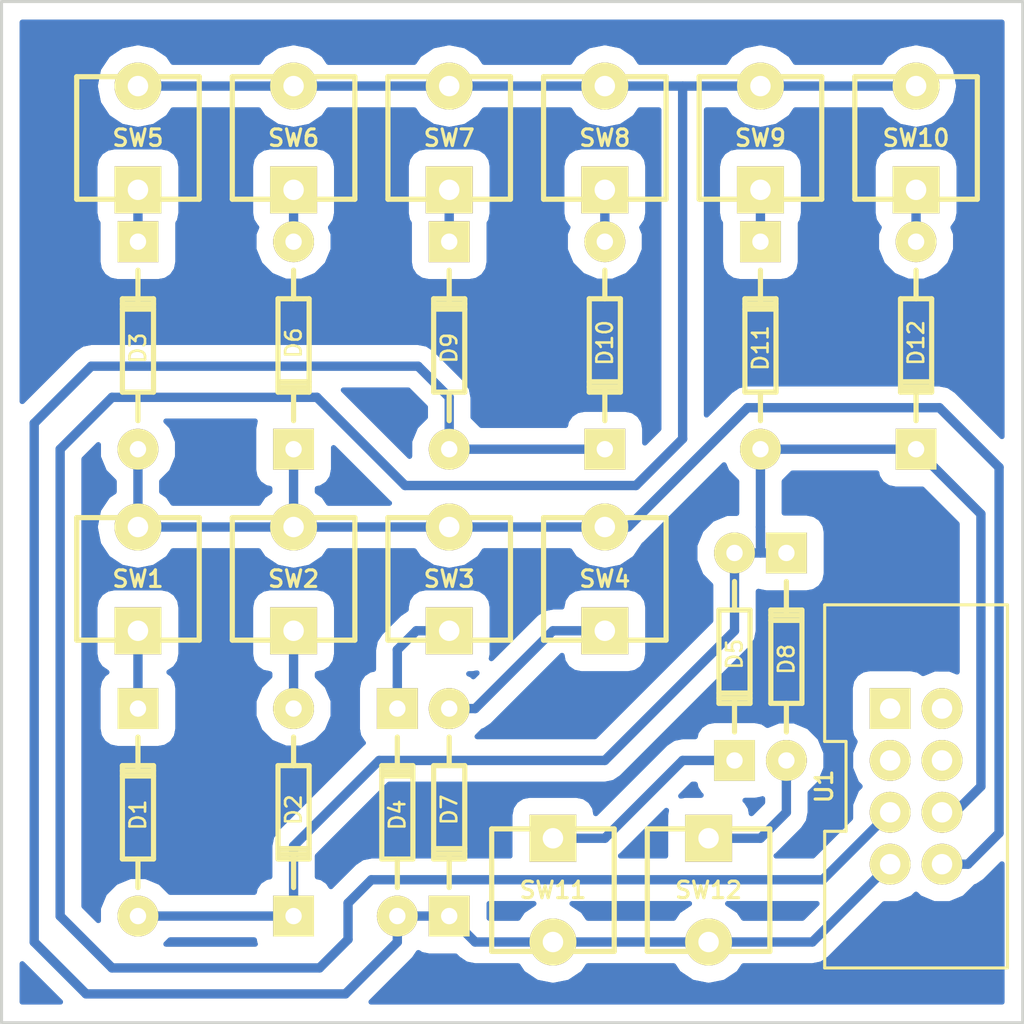
<source format=kicad_pcb>
(kicad_pcb (version 4) (host pcbnew 4.0.4-stable)

  (general
    (links 36)
    (no_connects 0)
    (area 99.924999 99.924999 150.075001 150.075001)
    (thickness 1.6)
    (drawings 4)
    (tracks 85)
    (zones 0)
    (modules 25)
    (nets 17)
  )

  (page A4)
  (layers
    (0 F.Cu signal)
    (31 B.Cu signal)
    (32 B.Adhes user)
    (33 F.Adhes user)
    (34 B.Paste user)
    (35 F.Paste user)
    (36 B.SilkS user)
    (37 F.SilkS user)
    (38 B.Mask user)
    (39 F.Mask user)
    (40 Dwgs.User user)
    (41 Cmts.User user)
    (42 Eco1.User user)
    (43 Eco2.User user)
    (44 Edge.Cuts user)
    (45 Margin user)
    (46 B.CrtYd user)
    (47 F.CrtYd user)
    (48 B.Fab user)
    (49 F.Fab user)
  )

  (setup
    (last_trace_width 0.4572)
    (trace_clearance 0.254)
    (zone_clearance 0.8128)
    (zone_45_only no)
    (trace_min 0.2)
    (segment_width 0.2)
    (edge_width 0.15)
    (via_size 0.6)
    (via_drill 0.4)
    (via_min_size 0.4)
    (via_min_drill 0.3)
    (uvia_size 0.3)
    (uvia_drill 0.1)
    (uvias_allowed no)
    (uvia_min_size 0.2)
    (uvia_min_drill 0.1)
    (pcb_text_width 0.3)
    (pcb_text_size 1.5 1.5)
    (mod_edge_width 0.15)
    (mod_text_size 1 1)
    (mod_text_width 0.15)
    (pad_size 1.524 1.524)
    (pad_drill 0.762)
    (pad_to_mask_clearance 0.2)
    (aux_axis_origin 0 0)
    (visible_elements 7FFFFFFF)
    (pcbplotparams
      (layerselection 0x010f0_80000001)
      (usegerberextensions true)
      (excludeedgelayer true)
      (linewidth 0.100000)
      (plotframeref false)
      (viasonmask false)
      (mode 1)
      (useauxorigin false)
      (hpglpennumber 1)
      (hpglpenspeed 20)
      (hpglpendiameter 15)
      (hpglpenoverlay 2)
      (psnegative false)
      (psa4output false)
      (plotreference true)
      (plotvalue true)
      (plotinvisibletext false)
      (padsonsilk false)
      (subtractmaskfromsilk false)
      (outputformat 1)
      (mirror false)
      (drillshape 0)
      (scaleselection 1)
      (outputdirectory gerber/))
  )

  (net 0 "")
  (net 1 "Net-(D1-Pad1)")
  (net 2 /FMOSI)
  (net 3 "Net-(D2-Pad2)")
  (net 4 "Net-(D3-Pad1)")
  (net 5 /FCSN)
  (net 6 "Net-(D4-Pad1)")
  (net 7 /FMISO)
  (net 8 "Net-(D5-Pad1)")
  (net 9 "Net-(D6-Pad2)")
  (net 10 "Net-(D7-Pad2)")
  (net 11 "Net-(D8-Pad2)")
  (net 12 "Net-(D9-Pad1)")
  (net 13 "Net-(D10-Pad2)")
  (net 14 "Net-(D11-Pad1)")
  (net 15 "Net-(D12-Pad2)")
  (net 16 /FSCK)

  (net_class Default "This is the default net class."
    (clearance 0.254)
    (trace_width 0.4572)
    (via_dia 0.6)
    (via_drill 0.4)
    (uvia_dia 0.3)
    (uvia_drill 0.1)
    (add_net /FCSN)
    (add_net /FMISO)
    (add_net /FMOSI)
    (add_net /FSCK)
    (add_net "Net-(D1-Pad1)")
    (add_net "Net-(D10-Pad2)")
    (add_net "Net-(D11-Pad1)")
    (add_net "Net-(D12-Pad2)")
    (add_net "Net-(D2-Pad2)")
    (add_net "Net-(D3-Pad1)")
    (add_net "Net-(D4-Pad1)")
    (add_net "Net-(D5-Pad1)")
    (add_net "Net-(D6-Pad2)")
    (add_net "Net-(D7-Pad2)")
    (add_net "Net-(D8-Pad2)")
    (add_net "Net-(D9-Pad1)")
  )

  (module kbd_module:Tact_6x6 (layer F.Cu) (tedit 5793B289) (tstamp 5793B09D)
    (at 134.62 143.51 270)
    (descr "1 pin")
    (tags "CONN DEV")
    (path /5755B288)
    (fp_text reference SW12 (at 0 0 360) (layer F.SilkS)
      (effects (font (size 0.8128 0.8128) (thickness 0.1524)))
    )
    (fp_text value SW_SIMPLE (at 0 2.5 270) (layer F.SilkS) hide
      (effects (font (size 0.2 0.2) (thickness 0.05)))
    )
    (fp_line (start -3 -3) (end -3 3) (layer F.SilkS) (width 0.254))
    (fp_line (start -3 3) (end 3 3) (layer F.SilkS) (width 0.254))
    (fp_line (start 3 3) (end 3 -3) (layer F.SilkS) (width 0.254))
    (fp_line (start 3 -3) (end -3 -3) (layer F.SilkS) (width 0.254))
    (pad 1 thru_hole rect (at -2.54 0 270) (size 2.3 2.3) (drill 1) (layers *.Cu *.Mask F.SilkS)
      (net 11 "Net-(D8-Pad2)"))
    (pad 2 thru_hole oval (at 2.54 0 270) (size 2.3 2.3) (drill 1) (layers *.Cu *.Mask F.SilkS)
      (net 7 /FMISO))
    (model Pin_Headers/Tact_6x6.wrl
      (at (xyz 0 0 0))
      (scale (xyz 1 1 1))
      (rotate (xyz 0 0 0))
    )
  )

  (module kbd_module:Tact_6x6 (layer F.Cu) (tedit 5793B289) (tstamp 5793B093)
    (at 127 143.51 270)
    (descr "1 pin")
    (tags "CONN DEV")
    (path /5755B282)
    (fp_text reference SW11 (at 0 0 360) (layer F.SilkS)
      (effects (font (size 0.8128 0.8128) (thickness 0.1524)))
    )
    (fp_text value SW_SIMPLE (at 0 2.5 270) (layer F.SilkS) hide
      (effects (font (size 0.2 0.2) (thickness 0.05)))
    )
    (fp_line (start -3 -3) (end -3 3) (layer F.SilkS) (width 0.254))
    (fp_line (start -3 3) (end 3 3) (layer F.SilkS) (width 0.254))
    (fp_line (start 3 3) (end 3 -3) (layer F.SilkS) (width 0.254))
    (fp_line (start 3 -3) (end -3 -3) (layer F.SilkS) (width 0.254))
    (pad 1 thru_hole rect (at -2.54 0 270) (size 2.3 2.3) (drill 1) (layers *.Cu *.Mask F.SilkS)
      (net 8 "Net-(D5-Pad1)"))
    (pad 2 thru_hole oval (at 2.54 0 270) (size 2.3 2.3) (drill 1) (layers *.Cu *.Mask F.SilkS)
      (net 7 /FMISO))
    (model Pin_Headers/Tact_6x6.wrl
      (at (xyz 0 0 0))
      (scale (xyz 1 1 1))
      (rotate (xyz 0 0 0))
    )
  )

  (module kbd_module:Tact_6x6 (layer F.Cu) (tedit 5793B289) (tstamp 5793B089)
    (at 144.78 106.68 90)
    (descr "1 pin")
    (tags "CONN DEV")
    (path /5755C93B)
    (fp_text reference SW10 (at 0 0 180) (layer F.SilkS)
      (effects (font (size 0.8128 0.8128) (thickness 0.1524)))
    )
    (fp_text value SW_SIMPLE (at 0 2.5 90) (layer F.SilkS) hide
      (effects (font (size 0.2 0.2) (thickness 0.05)))
    )
    (fp_line (start -3 -3) (end -3 3) (layer F.SilkS) (width 0.254))
    (fp_line (start -3 3) (end 3 3) (layer F.SilkS) (width 0.254))
    (fp_line (start 3 3) (end 3 -3) (layer F.SilkS) (width 0.254))
    (fp_line (start 3 -3) (end -3 -3) (layer F.SilkS) (width 0.254))
    (pad 1 thru_hole rect (at -2.54 0 90) (size 2.3 2.3) (drill 1) (layers *.Cu *.Mask F.SilkS)
      (net 15 "Net-(D12-Pad2)"))
    (pad 2 thru_hole oval (at 2.54 0 90) (size 2.3 2.3) (drill 1) (layers *.Cu *.Mask F.SilkS)
      (net 16 /FSCK))
    (model Pin_Headers/Tact_6x6.wrl
      (at (xyz 0 0 0))
      (scale (xyz 1 1 1))
      (rotate (xyz 0 0 0))
    )
  )

  (module kbd_module:Tact_6x6 (layer F.Cu) (tedit 5793B289) (tstamp 5793B07F)
    (at 137.16 106.68 90)
    (descr "1 pin")
    (tags "CONN DEV")
    (path /5755C935)
    (fp_text reference SW9 (at 0 0 180) (layer F.SilkS)
      (effects (font (size 0.8128 0.8128) (thickness 0.1524)))
    )
    (fp_text value SW_SIMPLE (at 0 2.5 90) (layer F.SilkS) hide
      (effects (font (size 0.2 0.2) (thickness 0.05)))
    )
    (fp_line (start -3 -3) (end -3 3) (layer F.SilkS) (width 0.254))
    (fp_line (start -3 3) (end 3 3) (layer F.SilkS) (width 0.254))
    (fp_line (start 3 3) (end 3 -3) (layer F.SilkS) (width 0.254))
    (fp_line (start 3 -3) (end -3 -3) (layer F.SilkS) (width 0.254))
    (pad 1 thru_hole rect (at -2.54 0 90) (size 2.3 2.3) (drill 1) (layers *.Cu *.Mask F.SilkS)
      (net 14 "Net-(D11-Pad1)"))
    (pad 2 thru_hole oval (at 2.54 0 90) (size 2.3 2.3) (drill 1) (layers *.Cu *.Mask F.SilkS)
      (net 16 /FSCK))
    (model Pin_Headers/Tact_6x6.wrl
      (at (xyz 0 0 0))
      (scale (xyz 1 1 1))
      (rotate (xyz 0 0 0))
    )
  )

  (module kbd_module:Tact_6x6 (layer F.Cu) (tedit 5793B289) (tstamp 5793B075)
    (at 129.54 106.68 90)
    (descr "1 pin")
    (tags "CONN DEV")
    (path /5755AC33)
    (fp_text reference SW8 (at 0 0 180) (layer F.SilkS)
      (effects (font (size 0.8128 0.8128) (thickness 0.1524)))
    )
    (fp_text value SW_SIMPLE (at 0 2.5 90) (layer F.SilkS) hide
      (effects (font (size 0.2 0.2) (thickness 0.05)))
    )
    (fp_line (start -3 -3) (end -3 3) (layer F.SilkS) (width 0.254))
    (fp_line (start -3 3) (end 3 3) (layer F.SilkS) (width 0.254))
    (fp_line (start 3 3) (end 3 -3) (layer F.SilkS) (width 0.254))
    (fp_line (start 3 -3) (end -3 -3) (layer F.SilkS) (width 0.254))
    (pad 1 thru_hole rect (at -2.54 0 90) (size 2.3 2.3) (drill 1) (layers *.Cu *.Mask F.SilkS)
      (net 13 "Net-(D10-Pad2)"))
    (pad 2 thru_hole oval (at 2.54 0 90) (size 2.3 2.3) (drill 1) (layers *.Cu *.Mask F.SilkS)
      (net 16 /FSCK))
    (model Pin_Headers/Tact_6x6.wrl
      (at (xyz 0 0 0))
      (scale (xyz 1 1 1))
      (rotate (xyz 0 0 0))
    )
  )

  (module kbd_module:Tact_6x6 (layer F.Cu) (tedit 5793B289) (tstamp 5793B06B)
    (at 121.92 106.68 90)
    (descr "1 pin")
    (tags "CONN DEV")
    (path /5755AC2D)
    (fp_text reference SW7 (at 0 0 180) (layer F.SilkS)
      (effects (font (size 0.8128 0.8128) (thickness 0.1524)))
    )
    (fp_text value SW_SIMPLE (at 0 2.5 90) (layer F.SilkS) hide
      (effects (font (size 0.2 0.2) (thickness 0.05)))
    )
    (fp_line (start -3 -3) (end -3 3) (layer F.SilkS) (width 0.254))
    (fp_line (start -3 3) (end 3 3) (layer F.SilkS) (width 0.254))
    (fp_line (start 3 3) (end 3 -3) (layer F.SilkS) (width 0.254))
    (fp_line (start 3 -3) (end -3 -3) (layer F.SilkS) (width 0.254))
    (pad 1 thru_hole rect (at -2.54 0 90) (size 2.3 2.3) (drill 1) (layers *.Cu *.Mask F.SilkS)
      (net 12 "Net-(D9-Pad1)"))
    (pad 2 thru_hole oval (at 2.54 0 90) (size 2.3 2.3) (drill 1) (layers *.Cu *.Mask F.SilkS)
      (net 16 /FSCK))
    (model Pin_Headers/Tact_6x6.wrl
      (at (xyz 0 0 0))
      (scale (xyz 1 1 1))
      (rotate (xyz 0 0 0))
    )
  )

  (module kbd_module:Tact_6x6 (layer F.Cu) (tedit 5793B289) (tstamp 5793B057)
    (at 106.68 106.68 90)
    (descr "1 pin")
    (tags "CONN DEV")
    (path /575585C1)
    (fp_text reference SW5 (at 0 0 180) (layer F.SilkS)
      (effects (font (size 0.8128 0.8128) (thickness 0.1524)))
    )
    (fp_text value SW_SIMPLE (at 0 2.5 90) (layer F.SilkS) hide
      (effects (font (size 0.2 0.2) (thickness 0.05)))
    )
    (fp_line (start -3 -3) (end -3 3) (layer F.SilkS) (width 0.254))
    (fp_line (start -3 3) (end 3 3) (layer F.SilkS) (width 0.254))
    (fp_line (start 3 3) (end 3 -3) (layer F.SilkS) (width 0.254))
    (fp_line (start 3 -3) (end -3 -3) (layer F.SilkS) (width 0.254))
    (pad 1 thru_hole rect (at -2.54 0 90) (size 2.3 2.3) (drill 1) (layers *.Cu *.Mask F.SilkS)
      (net 4 "Net-(D3-Pad1)"))
    (pad 2 thru_hole oval (at 2.54 0 90) (size 2.3 2.3) (drill 1) (layers *.Cu *.Mask F.SilkS)
      (net 16 /FSCK))
    (model Pin_Headers/Tact_6x6.wrl
      (at (xyz 0 0 0))
      (scale (xyz 1 1 1))
      (rotate (xyz 0 0 0))
    )
  )

  (module kbd_module:Tact_6x6 (layer F.Cu) (tedit 5793B289) (tstamp 5793B04D)
    (at 129.54 128.27 90)
    (descr "1 pin")
    (tags "CONN DEV")
    (path /5755A20E)
    (fp_text reference SW4 (at 0 0 180) (layer F.SilkS)
      (effects (font (size 0.8128 0.8128) (thickness 0.1524)))
    )
    (fp_text value SW_SIMPLE (at 0 2.5 90) (layer F.SilkS) hide
      (effects (font (size 0.2 0.2) (thickness 0.05)))
    )
    (fp_line (start -3 -3) (end -3 3) (layer F.SilkS) (width 0.254))
    (fp_line (start -3 3) (end 3 3) (layer F.SilkS) (width 0.254))
    (fp_line (start 3 3) (end 3 -3) (layer F.SilkS) (width 0.254))
    (fp_line (start 3 -3) (end -3 -3) (layer F.SilkS) (width 0.254))
    (pad 1 thru_hole rect (at -2.54 0 90) (size 2.3 2.3) (drill 1) (layers *.Cu *.Mask F.SilkS)
      (net 10 "Net-(D7-Pad2)"))
    (pad 2 thru_hole oval (at 2.54 0 90) (size 2.3 2.3) (drill 1) (layers *.Cu *.Mask F.SilkS)
      (net 5 /FCSN))
    (model Pin_Headers/Tact_6x6.wrl
      (at (xyz 0 0 0))
      (scale (xyz 1 1 1))
      (rotate (xyz 0 0 0))
    )
  )

  (module kbd_module:Tact_6x6 (layer F.Cu) (tedit 5793B289) (tstamp 5793B043)
    (at 121.92 128.27 90)
    (descr "1 pin")
    (tags "CONN DEV")
    (path /5755A10E)
    (fp_text reference SW3 (at 0 0 180) (layer F.SilkS)
      (effects (font (size 0.8128 0.8128) (thickness 0.1524)))
    )
    (fp_text value SW_SIMPLE (at 0 2.5 90) (layer F.SilkS) hide
      (effects (font (size 0.2 0.2) (thickness 0.05)))
    )
    (fp_line (start -3 -3) (end -3 3) (layer F.SilkS) (width 0.254))
    (fp_line (start -3 3) (end 3 3) (layer F.SilkS) (width 0.254))
    (fp_line (start 3 3) (end 3 -3) (layer F.SilkS) (width 0.254))
    (fp_line (start 3 -3) (end -3 -3) (layer F.SilkS) (width 0.254))
    (pad 1 thru_hole rect (at -2.54 0 90) (size 2.3 2.3) (drill 1) (layers *.Cu *.Mask F.SilkS)
      (net 6 "Net-(D4-Pad1)"))
    (pad 2 thru_hole oval (at 2.54 0 90) (size 2.3 2.3) (drill 1) (layers *.Cu *.Mask F.SilkS)
      (net 5 /FCSN))
    (model Pin_Headers/Tact_6x6.wrl
      (at (xyz 0 0 0))
      (scale (xyz 1 1 1))
      (rotate (xyz 0 0 0))
    )
  )

  (module kbd_module:Tact_6x6 (layer F.Cu) (tedit 5793B289) (tstamp 5793B039)
    (at 114.3 128.27 90)
    (descr "1 pin")
    (tags "CONN DEV")
    (path /5755BE19)
    (fp_text reference SW2 (at 0 0 180) (layer F.SilkS)
      (effects (font (size 0.8128 0.8128) (thickness 0.1524)))
    )
    (fp_text value SW_SIMPLE (at 0 2.5 90) (layer F.SilkS) hide
      (effects (font (size 0.2 0.2) (thickness 0.05)))
    )
    (fp_line (start -3 -3) (end -3 3) (layer F.SilkS) (width 0.254))
    (fp_line (start -3 3) (end 3 3) (layer F.SilkS) (width 0.254))
    (fp_line (start 3 3) (end 3 -3) (layer F.SilkS) (width 0.254))
    (fp_line (start 3 -3) (end -3 -3) (layer F.SilkS) (width 0.254))
    (pad 1 thru_hole rect (at -2.54 0 90) (size 2.3 2.3) (drill 1) (layers *.Cu *.Mask F.SilkS)
      (net 3 "Net-(D2-Pad2)"))
    (pad 2 thru_hole oval (at 2.54 0 90) (size 2.3 2.3) (drill 1) (layers *.Cu *.Mask F.SilkS)
      (net 5 /FCSN))
    (model Pin_Headers/Tact_6x6.wrl
      (at (xyz 0 0 0))
      (scale (xyz 1 1 1))
      (rotate (xyz 0 0 0))
    )
  )

  (module kbd_module:Tact_6x6 (layer F.Cu) (tedit 5793B289) (tstamp 5793B02F)
    (at 106.68 128.27 90)
    (descr "1 pin")
    (tags "CONN DEV")
    (path /5755BE13)
    (fp_text reference SW1 (at 0 0 180) (layer F.SilkS)
      (effects (font (size 0.8128 0.8128) (thickness 0.1524)))
    )
    (fp_text value SW_SIMPLE (at 0 2.5 90) (layer F.SilkS) hide
      (effects (font (size 0.2 0.2) (thickness 0.05)))
    )
    (fp_line (start -3 -3) (end -3 3) (layer F.SilkS) (width 0.254))
    (fp_line (start -3 3) (end 3 3) (layer F.SilkS) (width 0.254))
    (fp_line (start 3 3) (end 3 -3) (layer F.SilkS) (width 0.254))
    (fp_line (start 3 -3) (end -3 -3) (layer F.SilkS) (width 0.254))
    (pad 1 thru_hole rect (at -2.54 0 90) (size 2.3 2.3) (drill 1) (layers *.Cu *.Mask F.SilkS)
      (net 1 "Net-(D1-Pad1)"))
    (pad 2 thru_hole oval (at 2.54 0 90) (size 2.3 2.3) (drill 1) (layers *.Cu *.Mask F.SilkS)
      (net 5 /FCSN))
    (model Pin_Headers/Tact_6x6.wrl
      (at (xyz 0 0 0))
      (scale (xyz 1 1 1))
      (rotate (xyz 0 0 0))
    )
  )

  (module kbd_module:Tact_6x6 (layer F.Cu) (tedit 5793B289) (tstamp 5793B061)
    (at 114.3 106.68 90)
    (descr "1 pin")
    (tags "CONN DEV")
    (path /57558BE3)
    (fp_text reference SW6 (at 0 0 180) (layer F.SilkS)
      (effects (font (size 0.8128 0.8128) (thickness 0.1524)))
    )
    (fp_text value SW_SIMPLE (at 0 2.5 90) (layer F.SilkS) hide
      (effects (font (size 0.2 0.2) (thickness 0.05)))
    )
    (fp_line (start -3 -3) (end -3 3) (layer F.SilkS) (width 0.254))
    (fp_line (start -3 3) (end 3 3) (layer F.SilkS) (width 0.254))
    (fp_line (start 3 3) (end 3 -3) (layer F.SilkS) (width 0.254))
    (fp_line (start 3 -3) (end -3 -3) (layer F.SilkS) (width 0.254))
    (pad 1 thru_hole rect (at -2.54 0 90) (size 2.3 2.3) (drill 1) (layers *.Cu *.Mask F.SilkS)
      (net 9 "Net-(D6-Pad2)"))
    (pad 2 thru_hole oval (at 2.54 0 90) (size 2.3 2.3) (drill 1) (layers *.Cu *.Mask F.SilkS)
      (net 16 /FSCK))
    (model Pin_Headers/Tact_6x6.wrl
      (at (xyz 0 0 0))
      (scale (xyz 1 1 1))
      (rotate (xyz 0 0 0))
    )
  )

  (module kbd_module:NRF_ICSP_RibbonCable (layer F.Cu) (tedit 5813329B) (tstamp 57986557)
    (at 144.78 138.43 270)
    (descr "nRF24LE1 Programmer connector with ribbon cable connector")
    (path /57556B79)
    (fp_text reference U1 (at 0 4.5 450) (layer F.SilkS)
      (effects (font (size 0.8128 0.8128) (thickness 0.1524)))
    )
    (fp_text value NRF24LE1_PROG (at 0 -3.175 270) (layer F.SilkS) hide
      (effects (font (size 0.8128 0.8128) (thickness 0.1524)))
    )
    (fp_line (start 2.2 3.429) (end 2.2 4.475) (layer F.SilkS) (width 0.1524))
    (fp_line (start -2.2 3.429) (end -2.2 4.475) (layer F.SilkS) (width 0.1524))
    (fp_line (start -8.89 4.475) (end -2.2 4.475) (layer F.SilkS) (width 0.1524))
    (fp_line (start -2.2 3.429) (end 2.2 3.429) (layer F.SilkS) (width 0.1524))
    (fp_line (start 2.2 4.475) (end 8.89 4.475) (layer F.SilkS) (width 0.1524))
    (fp_line (start 8.89 4.475) (end 8.89 -4.475) (layer F.SilkS) (width 0.1524))
    (fp_line (start 8.89 -4.475) (end -8.89 -4.475) (layer F.SilkS) (width 0.1524))
    (fp_line (start -8.89 -4.475) (end -8.89 4.475) (layer F.SilkS) (width 0.1524))
    (pad 1 thru_hole rect (at -3.81 1.27 270) (size 2 2) (drill 1) (layers *.Cu *.Mask F.SilkS))
    (pad 2 thru_hole circle (at -3.81 -1.27 270) (size 2 2) (drill 1) (layers *.Cu *.Mask F.SilkS))
    (pad 3 thru_hole circle (at -1.27 1.27 270) (size 2 2) (drill 1) (layers *.Cu *.Mask F.SilkS))
    (pad 4 thru_hole circle (at -1.27 -1.27 270) (size 2 2) (drill 1) (layers *.Cu *.Mask F.SilkS))
    (pad 5 thru_hole circle (at 1.27 1.27 270) (size 2 2) (drill 1) (layers *.Cu *.Mask F.SilkS)
      (net 16 /FSCK))
    (pad 6 thru_hole circle (at 1.27 -1.27 270) (size 2 2) (drill 1) (layers *.Cu *.Mask F.SilkS)
      (net 2 /FMOSI))
    (pad 7 thru_hole circle (at 3.81 1.27 270) (size 2 2) (drill 1) (layers *.Cu *.Mask F.SilkS)
      (net 7 /FMISO))
    (pad 8 thru_hole circle (at 3.81 -1.27 270) (size 2 2) (drill 1) (layers *.Cu *.Mask F.SilkS)
      (net 5 /FCSN))
  )

  (module kbd_module:Diode_DO-35_SOD27_Horizontal_RM10 (layer F.Cu) (tedit 581600B1) (tstamp 581605D4)
    (at 106.68 116.84 90)
    (descr "Diode, DO-35,  SOD27, Horizontal, RM 10mm")
    (tags "Diode, DO-35, SOD27, Horizontal, RM 10mm, 1N4148,")
    (path /575580D3)
    (fp_text reference D3 (at -0.127 0 90) (layer F.SilkS)
      (effects (font (size 0.762 0.762) (thickness 0.127)))
    )
    (fp_text value D (at 0 -1.905 90) (layer F.SilkS) hide
      (effects (font (size 1.016 1.016) (thickness 0.254)))
    )
    (fp_line (start -2.286 0) (end -3.683 0) (layer F.SilkS) (width 0.254))
    (fp_line (start 2.159 0) (end 3.683 0) (layer F.SilkS) (width 0.254))
    (fp_line (start 1.778 -0.762) (end 1.778 0.762) (layer F.SilkS) (width 0.254))
    (fp_line (start 2.032 -0.762) (end 2.032 0.762) (layer F.SilkS) (width 0.254))
    (fp_line (start 2.286 0) (end 2.286 0.762) (layer F.SilkS) (width 0.254))
    (fp_line (start 2.286 0.762) (end -2.286 0.762) (layer F.SilkS) (width 0.254))
    (fp_line (start -2.286 0.762) (end -2.286 -0.762) (layer F.SilkS) (width 0.254))
    (fp_line (start -2.286 -0.762) (end 2.286 -0.762) (layer F.SilkS) (width 0.254))
    (fp_line (start 2.286 -0.762) (end 2.286 0) (layer F.SilkS) (width 0.254))
    (pad 2 thru_hole circle (at -5.08 0 90) (size 2 2) (drill 0.8) (layers *.Cu *.Mask F.SilkS)
      (net 5 /FCSN))
    (pad 1 thru_hole rect (at 5.08 0 90) (size 2 2) (drill 0.8) (layers *.Cu *.Mask F.SilkS)
      (net 4 "Net-(D3-Pad1)"))
    (model discret/diode.wrl
      (at (xyz 0 0 0))
      (scale (xyz 0.4 0.4 0.4))
      (rotate (xyz 0 0 0))
    )
  )

  (module kbd_module:Diode_DO-35_SOD27_Horizontal_RM10 (layer F.Cu) (tedit 581600B1) (tstamp 58160683)
    (at 114.3 116.84 270)
    (descr "Diode, DO-35,  SOD27, Horizontal, RM 10mm")
    (tags "Diode, DO-35, SOD27, Horizontal, RM 10mm, 1N4148,")
    (path /57558130)
    (fp_text reference D6 (at -0.127 0 270) (layer F.SilkS)
      (effects (font (size 0.762 0.762) (thickness 0.127)))
    )
    (fp_text value D (at 0 -1.905 270) (layer F.SilkS) hide
      (effects (font (size 1.016 1.016) (thickness 0.254)))
    )
    (fp_line (start -2.286 0) (end -3.683 0) (layer F.SilkS) (width 0.254))
    (fp_line (start 2.159 0) (end 3.683 0) (layer F.SilkS) (width 0.254))
    (fp_line (start 1.778 -0.762) (end 1.778 0.762) (layer F.SilkS) (width 0.254))
    (fp_line (start 2.032 -0.762) (end 2.032 0.762) (layer F.SilkS) (width 0.254))
    (fp_line (start 2.286 0) (end 2.286 0.762) (layer F.SilkS) (width 0.254))
    (fp_line (start 2.286 0.762) (end -2.286 0.762) (layer F.SilkS) (width 0.254))
    (fp_line (start -2.286 0.762) (end -2.286 -0.762) (layer F.SilkS) (width 0.254))
    (fp_line (start -2.286 -0.762) (end 2.286 -0.762) (layer F.SilkS) (width 0.254))
    (fp_line (start 2.286 -0.762) (end 2.286 0) (layer F.SilkS) (width 0.254))
    (pad 2 thru_hole circle (at -5.08 0 270) (size 2 2) (drill 0.8) (layers *.Cu *.Mask F.SilkS)
      (net 9 "Net-(D6-Pad2)"))
    (pad 1 thru_hole rect (at 5.08 0 270) (size 2 2) (drill 0.8) (layers *.Cu *.Mask F.SilkS)
      (net 5 /FCSN))
    (model discret/diode.wrl
      (at (xyz 0 0 0))
      (scale (xyz 0.4 0.4 0.4))
      (rotate (xyz 0 0 0))
    )
  )

  (module kbd_module:Diode_DO-35_SOD27_Horizontal_RM10 (layer F.Cu) (tedit 581600B1) (tstamp 58160692)
    (at 121.92 116.84 90)
    (descr "Diode, DO-35,  SOD27, Horizontal, RM 10mm")
    (tags "Diode, DO-35, SOD27, Horizontal, RM 10mm, 1N4148,")
    (path /5755AC21)
    (fp_text reference D9 (at -0.127 0 90) (layer F.SilkS)
      (effects (font (size 0.762 0.762) (thickness 0.127)))
    )
    (fp_text value D (at 0 -1.905 90) (layer F.SilkS) hide
      (effects (font (size 1.016 1.016) (thickness 0.254)))
    )
    (fp_line (start -2.286 0) (end -3.683 0) (layer F.SilkS) (width 0.254))
    (fp_line (start 2.159 0) (end 3.683 0) (layer F.SilkS) (width 0.254))
    (fp_line (start 1.778 -0.762) (end 1.778 0.762) (layer F.SilkS) (width 0.254))
    (fp_line (start 2.032 -0.762) (end 2.032 0.762) (layer F.SilkS) (width 0.254))
    (fp_line (start 2.286 0) (end 2.286 0.762) (layer F.SilkS) (width 0.254))
    (fp_line (start 2.286 0.762) (end -2.286 0.762) (layer F.SilkS) (width 0.254))
    (fp_line (start -2.286 0.762) (end -2.286 -0.762) (layer F.SilkS) (width 0.254))
    (fp_line (start -2.286 -0.762) (end 2.286 -0.762) (layer F.SilkS) (width 0.254))
    (fp_line (start 2.286 -0.762) (end 2.286 0) (layer F.SilkS) (width 0.254))
    (pad 2 thru_hole circle (at -5.08 0 90) (size 2 2) (drill 0.8) (layers *.Cu *.Mask F.SilkS)
      (net 7 /FMISO))
    (pad 1 thru_hole rect (at 5.08 0 90) (size 2 2) (drill 0.8) (layers *.Cu *.Mask F.SilkS)
      (net 12 "Net-(D9-Pad1)"))
    (model discret/diode.wrl
      (at (xyz 0 0 0))
      (scale (xyz 0.4 0.4 0.4))
      (rotate (xyz 0 0 0))
    )
  )

  (module kbd_module:Diode_DO-35_SOD27_Horizontal_RM10 (layer F.Cu) (tedit 581600B1) (tstamp 581606A1)
    (at 129.54 116.84 270)
    (descr "Diode, DO-35,  SOD27, Horizontal, RM 10mm")
    (tags "Diode, DO-35, SOD27, Horizontal, RM 10mm, 1N4148,")
    (path /5755AC27)
    (fp_text reference D10 (at -0.127 0 270) (layer F.SilkS)
      (effects (font (size 0.762 0.762) (thickness 0.127)))
    )
    (fp_text value D (at 0 -1.905 270) (layer F.SilkS) hide
      (effects (font (size 1.016 1.016) (thickness 0.254)))
    )
    (fp_line (start -2.286 0) (end -3.683 0) (layer F.SilkS) (width 0.254))
    (fp_line (start 2.159 0) (end 3.683 0) (layer F.SilkS) (width 0.254))
    (fp_line (start 1.778 -0.762) (end 1.778 0.762) (layer F.SilkS) (width 0.254))
    (fp_line (start 2.032 -0.762) (end 2.032 0.762) (layer F.SilkS) (width 0.254))
    (fp_line (start 2.286 0) (end 2.286 0.762) (layer F.SilkS) (width 0.254))
    (fp_line (start 2.286 0.762) (end -2.286 0.762) (layer F.SilkS) (width 0.254))
    (fp_line (start -2.286 0.762) (end -2.286 -0.762) (layer F.SilkS) (width 0.254))
    (fp_line (start -2.286 -0.762) (end 2.286 -0.762) (layer F.SilkS) (width 0.254))
    (fp_line (start 2.286 -0.762) (end 2.286 0) (layer F.SilkS) (width 0.254))
    (pad 2 thru_hole circle (at -5.08 0 270) (size 2 2) (drill 0.8) (layers *.Cu *.Mask F.SilkS)
      (net 13 "Net-(D10-Pad2)"))
    (pad 1 thru_hole rect (at 5.08 0 270) (size 2 2) (drill 0.8) (layers *.Cu *.Mask F.SilkS)
      (net 7 /FMISO))
    (model discret/diode.wrl
      (at (xyz 0 0 0))
      (scale (xyz 0.4 0.4 0.4))
      (rotate (xyz 0 0 0))
    )
  )

  (module kbd_module:Diode_DO-35_SOD27_Horizontal_RM10 (layer F.Cu) (tedit 581600B1) (tstamp 581606B0)
    (at 137.16 116.84 90)
    (descr "Diode, DO-35,  SOD27, Horizontal, RM 10mm")
    (tags "Diode, DO-35, SOD27, Horizontal, RM 10mm, 1N4148,")
    (path /5755C929)
    (fp_text reference D11 (at -0.127 0 90) (layer F.SilkS)
      (effects (font (size 0.762 0.762) (thickness 0.127)))
    )
    (fp_text value D (at 0 -1.905 90) (layer F.SilkS) hide
      (effects (font (size 1.016 1.016) (thickness 0.254)))
    )
    (fp_line (start -2.286 0) (end -3.683 0) (layer F.SilkS) (width 0.254))
    (fp_line (start 2.159 0) (end 3.683 0) (layer F.SilkS) (width 0.254))
    (fp_line (start 1.778 -0.762) (end 1.778 0.762) (layer F.SilkS) (width 0.254))
    (fp_line (start 2.032 -0.762) (end 2.032 0.762) (layer F.SilkS) (width 0.254))
    (fp_line (start 2.286 0) (end 2.286 0.762) (layer F.SilkS) (width 0.254))
    (fp_line (start 2.286 0.762) (end -2.286 0.762) (layer F.SilkS) (width 0.254))
    (fp_line (start -2.286 0.762) (end -2.286 -0.762) (layer F.SilkS) (width 0.254))
    (fp_line (start -2.286 -0.762) (end 2.286 -0.762) (layer F.SilkS) (width 0.254))
    (fp_line (start 2.286 -0.762) (end 2.286 0) (layer F.SilkS) (width 0.254))
    (pad 2 thru_hole circle (at -5.08 0 90) (size 2 2) (drill 0.8) (layers *.Cu *.Mask F.SilkS)
      (net 2 /FMOSI))
    (pad 1 thru_hole rect (at 5.08 0 90) (size 2 2) (drill 0.8) (layers *.Cu *.Mask F.SilkS)
      (net 14 "Net-(D11-Pad1)"))
    (model discret/diode.wrl
      (at (xyz 0 0 0))
      (scale (xyz 0.4 0.4 0.4))
      (rotate (xyz 0 0 0))
    )
  )

  (module kbd_module:Diode_DO-35_SOD27_Horizontal_RM10 (layer F.Cu) (tedit 581600B1) (tstamp 581606BF)
    (at 144.78 116.84 270)
    (descr "Diode, DO-35,  SOD27, Horizontal, RM 10mm")
    (tags "Diode, DO-35, SOD27, Horizontal, RM 10mm, 1N4148,")
    (path /5755C92F)
    (fp_text reference D12 (at -0.127 0 270) (layer F.SilkS)
      (effects (font (size 0.762 0.762) (thickness 0.127)))
    )
    (fp_text value D (at 0 -1.905 270) (layer F.SilkS) hide
      (effects (font (size 1.016 1.016) (thickness 0.254)))
    )
    (fp_line (start -2.286 0) (end -3.683 0) (layer F.SilkS) (width 0.254))
    (fp_line (start 2.159 0) (end 3.683 0) (layer F.SilkS) (width 0.254))
    (fp_line (start 1.778 -0.762) (end 1.778 0.762) (layer F.SilkS) (width 0.254))
    (fp_line (start 2.032 -0.762) (end 2.032 0.762) (layer F.SilkS) (width 0.254))
    (fp_line (start 2.286 0) (end 2.286 0.762) (layer F.SilkS) (width 0.254))
    (fp_line (start 2.286 0.762) (end -2.286 0.762) (layer F.SilkS) (width 0.254))
    (fp_line (start -2.286 0.762) (end -2.286 -0.762) (layer F.SilkS) (width 0.254))
    (fp_line (start -2.286 -0.762) (end 2.286 -0.762) (layer F.SilkS) (width 0.254))
    (fp_line (start 2.286 -0.762) (end 2.286 0) (layer F.SilkS) (width 0.254))
    (pad 2 thru_hole circle (at -5.08 0 270) (size 2 2) (drill 0.8) (layers *.Cu *.Mask F.SilkS)
      (net 15 "Net-(D12-Pad2)"))
    (pad 1 thru_hole rect (at 5.08 0 270) (size 2 2) (drill 0.8) (layers *.Cu *.Mask F.SilkS)
      (net 2 /FMOSI))
    (model discret/diode.wrl
      (at (xyz 0 0 0))
      (scale (xyz 0.4 0.4 0.4))
      (rotate (xyz 0 0 0))
    )
  )

  (module kbd_module:Diode_DO-35_SOD27_Horizontal_RM10 (layer F.Cu) (tedit 581600B1) (tstamp 581607C7)
    (at 106.68 139.7 90)
    (descr "Diode, DO-35,  SOD27, Horizontal, RM 10mm")
    (tags "Diode, DO-35, SOD27, Horizontal, RM 10mm, 1N4148,")
    (path /5755BE07)
    (fp_text reference D1 (at -0.127 0 90) (layer F.SilkS)
      (effects (font (size 0.762 0.762) (thickness 0.127)))
    )
    (fp_text value D (at 0 -1.905 90) (layer F.SilkS) hide
      (effects (font (size 1.016 1.016) (thickness 0.254)))
    )
    (fp_line (start -2.286 0) (end -3.683 0) (layer F.SilkS) (width 0.254))
    (fp_line (start 2.159 0) (end 3.683 0) (layer F.SilkS) (width 0.254))
    (fp_line (start 1.778 -0.762) (end 1.778 0.762) (layer F.SilkS) (width 0.254))
    (fp_line (start 2.032 -0.762) (end 2.032 0.762) (layer F.SilkS) (width 0.254))
    (fp_line (start 2.286 0) (end 2.286 0.762) (layer F.SilkS) (width 0.254))
    (fp_line (start 2.286 0.762) (end -2.286 0.762) (layer F.SilkS) (width 0.254))
    (fp_line (start -2.286 0.762) (end -2.286 -0.762) (layer F.SilkS) (width 0.254))
    (fp_line (start -2.286 -0.762) (end 2.286 -0.762) (layer F.SilkS) (width 0.254))
    (fp_line (start 2.286 -0.762) (end 2.286 0) (layer F.SilkS) (width 0.254))
    (pad 2 thru_hole circle (at -5.08 0 90) (size 2 2) (drill 0.8) (layers *.Cu *.Mask F.SilkS)
      (net 2 /FMOSI))
    (pad 1 thru_hole rect (at 5.08 0 90) (size 2 2) (drill 0.8) (layers *.Cu *.Mask F.SilkS)
      (net 1 "Net-(D1-Pad1)"))
    (model discret/diode.wrl
      (at (xyz 0 0 0))
      (scale (xyz 0.4 0.4 0.4))
      (rotate (xyz 0 0 0))
    )
  )

  (module kbd_module:Diode_DO-35_SOD27_Horizontal_RM10 (layer F.Cu) (tedit 581600B1) (tstamp 581607D6)
    (at 114.3 139.7 270)
    (descr "Diode, DO-35,  SOD27, Horizontal, RM 10mm")
    (tags "Diode, DO-35, SOD27, Horizontal, RM 10mm, 1N4148,")
    (path /5755BE0D)
    (fp_text reference D2 (at -0.127 0 270) (layer F.SilkS)
      (effects (font (size 0.762 0.762) (thickness 0.127)))
    )
    (fp_text value D (at 0 -1.905 270) (layer F.SilkS) hide
      (effects (font (size 1.016 1.016) (thickness 0.254)))
    )
    (fp_line (start -2.286 0) (end -3.683 0) (layer F.SilkS) (width 0.254))
    (fp_line (start 2.159 0) (end 3.683 0) (layer F.SilkS) (width 0.254))
    (fp_line (start 1.778 -0.762) (end 1.778 0.762) (layer F.SilkS) (width 0.254))
    (fp_line (start 2.032 -0.762) (end 2.032 0.762) (layer F.SilkS) (width 0.254))
    (fp_line (start 2.286 0) (end 2.286 0.762) (layer F.SilkS) (width 0.254))
    (fp_line (start 2.286 0.762) (end -2.286 0.762) (layer F.SilkS) (width 0.254))
    (fp_line (start -2.286 0.762) (end -2.286 -0.762) (layer F.SilkS) (width 0.254))
    (fp_line (start -2.286 -0.762) (end 2.286 -0.762) (layer F.SilkS) (width 0.254))
    (fp_line (start 2.286 -0.762) (end 2.286 0) (layer F.SilkS) (width 0.254))
    (pad 2 thru_hole circle (at -5.08 0 270) (size 2 2) (drill 0.8) (layers *.Cu *.Mask F.SilkS)
      (net 3 "Net-(D2-Pad2)"))
    (pad 1 thru_hole rect (at 5.08 0 270) (size 2 2) (drill 0.8) (layers *.Cu *.Mask F.SilkS)
      (net 2 /FMOSI))
    (model discret/diode.wrl
      (at (xyz 0 0 0))
      (scale (xyz 0.4 0.4 0.4))
      (rotate (xyz 0 0 0))
    )
  )

  (module kbd_module:Diode_DO-35_SOD27_Horizontal_RM10 (layer F.Cu) (tedit 581600B1) (tstamp 581607E5)
    (at 119.38 139.7 90)
    (descr "Diode, DO-35,  SOD27, Horizontal, RM 10mm")
    (tags "Diode, DO-35, SOD27, Horizontal, RM 10mm, 1N4148,")
    (path /5755A2C2)
    (fp_text reference D4 (at -0.127 0 90) (layer F.SilkS)
      (effects (font (size 0.762 0.762) (thickness 0.127)))
    )
    (fp_text value D (at 0 -1.905 90) (layer F.SilkS) hide
      (effects (font (size 1.016 1.016) (thickness 0.254)))
    )
    (fp_line (start -2.286 0) (end -3.683 0) (layer F.SilkS) (width 0.254))
    (fp_line (start 2.159 0) (end 3.683 0) (layer F.SilkS) (width 0.254))
    (fp_line (start 1.778 -0.762) (end 1.778 0.762) (layer F.SilkS) (width 0.254))
    (fp_line (start 2.032 -0.762) (end 2.032 0.762) (layer F.SilkS) (width 0.254))
    (fp_line (start 2.286 0) (end 2.286 0.762) (layer F.SilkS) (width 0.254))
    (fp_line (start 2.286 0.762) (end -2.286 0.762) (layer F.SilkS) (width 0.254))
    (fp_line (start -2.286 0.762) (end -2.286 -0.762) (layer F.SilkS) (width 0.254))
    (fp_line (start -2.286 -0.762) (end 2.286 -0.762) (layer F.SilkS) (width 0.254))
    (fp_line (start 2.286 -0.762) (end 2.286 0) (layer F.SilkS) (width 0.254))
    (pad 2 thru_hole circle (at -5.08 0 90) (size 2 2) (drill 0.8) (layers *.Cu *.Mask F.SilkS)
      (net 7 /FMISO))
    (pad 1 thru_hole rect (at 5.08 0 90) (size 2 2) (drill 0.8) (layers *.Cu *.Mask F.SilkS)
      (net 6 "Net-(D4-Pad1)"))
    (model discret/diode.wrl
      (at (xyz 0 0 0))
      (scale (xyz 0.4 0.4 0.4))
      (rotate (xyz 0 0 0))
    )
  )

  (module kbd_module:Diode_DO-35_SOD27_Horizontal_RM10 (layer F.Cu) (tedit 581600B1) (tstamp 581607F4)
    (at 121.92 139.7 270)
    (descr "Diode, DO-35,  SOD27, Horizontal, RM 10mm")
    (tags "Diode, DO-35, SOD27, Horizontal, RM 10mm, 1N4148,")
    (path /5755A30B)
    (fp_text reference D7 (at -0.127 0 270) (layer F.SilkS)
      (effects (font (size 0.762 0.762) (thickness 0.127)))
    )
    (fp_text value D (at 0 -1.905 270) (layer F.SilkS) hide
      (effects (font (size 1.016 1.016) (thickness 0.254)))
    )
    (fp_line (start -2.286 0) (end -3.683 0) (layer F.SilkS) (width 0.254))
    (fp_line (start 2.159 0) (end 3.683 0) (layer F.SilkS) (width 0.254))
    (fp_line (start 1.778 -0.762) (end 1.778 0.762) (layer F.SilkS) (width 0.254))
    (fp_line (start 2.032 -0.762) (end 2.032 0.762) (layer F.SilkS) (width 0.254))
    (fp_line (start 2.286 0) (end 2.286 0.762) (layer F.SilkS) (width 0.254))
    (fp_line (start 2.286 0.762) (end -2.286 0.762) (layer F.SilkS) (width 0.254))
    (fp_line (start -2.286 0.762) (end -2.286 -0.762) (layer F.SilkS) (width 0.254))
    (fp_line (start -2.286 -0.762) (end 2.286 -0.762) (layer F.SilkS) (width 0.254))
    (fp_line (start 2.286 -0.762) (end 2.286 0) (layer F.SilkS) (width 0.254))
    (pad 2 thru_hole circle (at -5.08 0 270) (size 2 2) (drill 0.8) (layers *.Cu *.Mask F.SilkS)
      (net 10 "Net-(D7-Pad2)"))
    (pad 1 thru_hole rect (at 5.08 0 270) (size 2 2) (drill 0.8) (layers *.Cu *.Mask F.SilkS)
      (net 7 /FMISO))
    (model discret/diode.wrl
      (at (xyz 0 0 0))
      (scale (xyz 0.4 0.4 0.4))
      (rotate (xyz 0 0 0))
    )
  )

  (module kbd_module:Diode_DO-35_SOD27_Horizontal_RM10 (layer F.Cu) (tedit 581600B1) (tstamp 581608F9)
    (at 135.89 132.08 270)
    (descr "Diode, DO-35,  SOD27, Horizontal, RM 10mm")
    (tags "Diode, DO-35, SOD27, Horizontal, RM 10mm, 1N4148,")
    (path /5755B276)
    (fp_text reference D5 (at -0.127 0 270) (layer F.SilkS)
      (effects (font (size 0.762 0.762) (thickness 0.127)))
    )
    (fp_text value D (at 0 -1.905 270) (layer F.SilkS) hide
      (effects (font (size 1.016 1.016) (thickness 0.254)))
    )
    (fp_line (start -2.286 0) (end -3.683 0) (layer F.SilkS) (width 0.254))
    (fp_line (start 2.159 0) (end 3.683 0) (layer F.SilkS) (width 0.254))
    (fp_line (start 1.778 -0.762) (end 1.778 0.762) (layer F.SilkS) (width 0.254))
    (fp_line (start 2.032 -0.762) (end 2.032 0.762) (layer F.SilkS) (width 0.254))
    (fp_line (start 2.286 0) (end 2.286 0.762) (layer F.SilkS) (width 0.254))
    (fp_line (start 2.286 0.762) (end -2.286 0.762) (layer F.SilkS) (width 0.254))
    (fp_line (start -2.286 0.762) (end -2.286 -0.762) (layer F.SilkS) (width 0.254))
    (fp_line (start -2.286 -0.762) (end 2.286 -0.762) (layer F.SilkS) (width 0.254))
    (fp_line (start 2.286 -0.762) (end 2.286 0) (layer F.SilkS) (width 0.254))
    (pad 2 thru_hole circle (at -5.08 0 270) (size 2 2) (drill 0.8) (layers *.Cu *.Mask F.SilkS)
      (net 2 /FMOSI))
    (pad 1 thru_hole rect (at 5.08 0 270) (size 2 2) (drill 0.8) (layers *.Cu *.Mask F.SilkS)
      (net 8 "Net-(D5-Pad1)"))
    (model discret/diode.wrl
      (at (xyz 0 0 0))
      (scale (xyz 0.4 0.4 0.4))
      (rotate (xyz 0 0 0))
    )
  )

  (module kbd_module:Diode_DO-35_SOD27_Horizontal_RM10 (layer F.Cu) (tedit 581600B1) (tstamp 58160908)
    (at 138.43 132.08 90)
    (descr "Diode, DO-35,  SOD27, Horizontal, RM 10mm")
    (tags "Diode, DO-35, SOD27, Horizontal, RM 10mm, 1N4148,")
    (path /5755B27C)
    (fp_text reference D8 (at -0.127 0 90) (layer F.SilkS)
      (effects (font (size 0.762 0.762) (thickness 0.127)))
    )
    (fp_text value D (at 0 -1.905 90) (layer F.SilkS) hide
      (effects (font (size 1.016 1.016) (thickness 0.254)))
    )
    (fp_line (start -2.286 0) (end -3.683 0) (layer F.SilkS) (width 0.254))
    (fp_line (start 2.159 0) (end 3.683 0) (layer F.SilkS) (width 0.254))
    (fp_line (start 1.778 -0.762) (end 1.778 0.762) (layer F.SilkS) (width 0.254))
    (fp_line (start 2.032 -0.762) (end 2.032 0.762) (layer F.SilkS) (width 0.254))
    (fp_line (start 2.286 0) (end 2.286 0.762) (layer F.SilkS) (width 0.254))
    (fp_line (start 2.286 0.762) (end -2.286 0.762) (layer F.SilkS) (width 0.254))
    (fp_line (start -2.286 0.762) (end -2.286 -0.762) (layer F.SilkS) (width 0.254))
    (fp_line (start -2.286 -0.762) (end 2.286 -0.762) (layer F.SilkS) (width 0.254))
    (fp_line (start 2.286 -0.762) (end 2.286 0) (layer F.SilkS) (width 0.254))
    (pad 2 thru_hole circle (at -5.08 0 90) (size 2 2) (drill 0.8) (layers *.Cu *.Mask F.SilkS)
      (net 11 "Net-(D8-Pad2)"))
    (pad 1 thru_hole rect (at 5.08 0 90) (size 2 2) (drill 0.8) (layers *.Cu *.Mask F.SilkS)
      (net 2 /FMOSI))
    (model discret/diode.wrl
      (at (xyz 0 0 0))
      (scale (xyz 0.4 0.4 0.4))
      (rotate (xyz 0 0 0))
    )
  )

  (gr_line (start 150 150) (end 100 150) (angle 90) (layer Edge.Cuts) (width 0.15))
  (gr_line (start 150 100) (end 150 150) (angle 90) (layer Edge.Cuts) (width 0.15))
  (gr_line (start 100 100) (end 150 100) (angle 90) (layer Edge.Cuts) (width 0.15))
  (gr_line (start 100 100) (end 100 150) (angle 90) (layer Edge.Cuts) (width 0.15))

  (segment (start 106.68 130.81) (end 106.68 134.62) (width 0.4572) (layer B.Cu) (net 1))
  (segment (start 146.05 139.7) (end 146.685 139.7) (width 0.4572) (layer B.Cu) (net 2))
  (segment (start 147.955 125.095) (end 145.579999 122.719999) (width 0.4572) (layer B.Cu) (net 2))
  (segment (start 146.685 139.7) (end 147.955 138.43) (width 0.4572) (layer B.Cu) (net 2))
  (segment (start 147.955 138.43) (end 147.955 125.095) (width 0.4572) (layer B.Cu) (net 2))
  (segment (start 145.579999 122.719999) (end 144.78 121.92) (width 0.4572) (layer B.Cu) (net 2))
  (segment (start 135.89 127) (end 135.89 130.81) (width 0.4572) (layer B.Cu) (net 2))
  (segment (start 135.89 130.81) (end 129.54 137.16) (width 0.4572) (layer B.Cu) (net 2))
  (segment (start 129.54 137.16) (end 118.491 137.16) (width 0.4572) (layer B.Cu) (net 2))
  (segment (start 118.491 137.16) (end 114.3 141.351) (width 0.4572) (layer B.Cu) (net 2))
  (segment (start 114.3 141.351) (end 114.3 144.78) (width 0.4572) (layer B.Cu) (net 2))
  (segment (start 144.78 121.92) (end 137.16 121.92) (width 0.4572) (layer B.Cu) (net 2))
  (segment (start 138.43 127) (end 137.16 127) (width 0.4572) (layer B.Cu) (net 2))
  (segment (start 137.16 127) (end 135.89 127) (width 0.4572) (layer B.Cu) (net 2))
  (segment (start 137.16 121.92) (end 137.16 125.73) (width 0.4572) (layer B.Cu) (net 2))
  (segment (start 137.16 125.73) (end 137.16 127) (width 0.4572) (layer B.Cu) (net 2))
  (segment (start 106.68 144.78) (end 114.3 144.78) (width 0.4572) (layer B.Cu) (net 2))
  (segment (start 114.3 130.81) (end 114.3 134.62) (width 0.4572) (layer B.Cu) (net 3))
  (segment (start 106.68 109.22) (end 106.68 111.76) (width 0.4572) (layer B.Cu) (net 4))
  (segment (start 129.54 125.73) (end 130.683 125.73) (width 0.4572) (layer B.Cu) (net 5))
  (segment (start 130.683 125.73) (end 136.525 119.888) (width 0.4572) (layer B.Cu) (net 5))
  (segment (start 136.525 119.888) (end 145.923 119.888) (width 0.4572) (layer B.Cu) (net 5))
  (segment (start 145.923 119.888) (end 148.844 122.809) (width 0.4572) (layer B.Cu) (net 5))
  (segment (start 148.844 122.809) (end 148.844 140.716) (width 0.4572) (layer B.Cu) (net 5))
  (segment (start 148.844 140.716) (end 147.32 142.24) (width 0.4572) (layer B.Cu) (net 5))
  (segment (start 147.32 142.24) (end 146.05 142.24) (width 0.4572) (layer B.Cu) (net 5))
  (segment (start 129.54 125.73) (end 121.92 125.73) (width 0.4572) (layer B.Cu) (net 5))
  (segment (start 121.92 125.73) (end 114.3 125.73) (width 0.4572) (layer B.Cu) (net 5))
  (segment (start 106.68 125.73) (end 114.3 125.73) (width 0.4572) (layer B.Cu) (net 5))
  (segment (start 106.68 121.92) (end 106.68 125.73) (width 0.4572) (layer B.Cu) (net 5))
  (segment (start 114.3 121.92) (end 114.3 125.73) (width 0.4572) (layer B.Cu) (net 5))
  (segment (start 121.92 130.81) (end 120.3128 130.81) (width 0.4572) (layer B.Cu) (net 6))
  (segment (start 120.3128 130.81) (end 119.38 131.7428) (width 0.4572) (layer B.Cu) (net 6))
  (segment (start 119.38 131.7428) (end 119.38 133.48863) (width 0.4572) (layer B.Cu) (net 6))
  (segment (start 119.38 133.48863) (end 119.38 134.62) (width 0.4572) (layer B.Cu) (net 6))
  (segment (start 121.92 121.92) (end 121.92 119.38) (width 0.4572) (layer B.Cu) (net 7))
  (segment (start 120.396 117.856) (end 104.394 117.856) (width 0.4572) (layer B.Cu) (net 7))
  (segment (start 121.92 119.38) (end 120.396 117.856) (width 0.4572) (layer B.Cu) (net 7))
  (segment (start 101.6 146.05) (end 104.14 148.59) (width 0.4572) (layer B.Cu) (net 7))
  (segment (start 104.394 117.856) (end 101.6 120.65) (width 0.4572) (layer B.Cu) (net 7))
  (segment (start 101.6 120.65) (end 101.6 146.05) (width 0.4572) (layer B.Cu) (net 7))
  (segment (start 104.14 148.59) (end 116.84 148.59) (width 0.4572) (layer B.Cu) (net 7))
  (segment (start 116.84 148.59) (end 119.38 146.05) (width 0.4572) (layer B.Cu) (net 7))
  (segment (start 119.38 146.05) (end 119.38 144.78) (width 0.4572) (layer B.Cu) (net 7))
  (segment (start 134.62 146.05) (end 127 146.05) (width 0.4572) (layer B.Cu) (net 7))
  (segment (start 134.62 146.05) (end 139.7 146.05) (width 0.4572) (layer B.Cu) (net 7))
  (segment (start 139.7 146.05) (end 143.51 142.24) (width 0.4572) (layer B.Cu) (net 7))
  (segment (start 127 146.05) (end 123.19 146.05) (width 0.4572) (layer B.Cu) (net 7))
  (segment (start 123.19 146.05) (end 121.92 144.78) (width 0.4572) (layer B.Cu) (net 7))
  (segment (start 119.38 144.78) (end 121.92 144.78) (width 0.4572) (layer B.Cu) (net 7))
  (segment (start 129.54 121.92) (end 121.92 121.92) (width 0.4572) (layer B.Cu) (net 7))
  (segment (start 135.89 137.16) (end 133.35 137.16) (width 0.4572) (layer B.Cu) (net 8))
  (segment (start 133.35 137.16) (end 129.54 140.97) (width 0.4572) (layer B.Cu) (net 8))
  (segment (start 129.54 140.97) (end 127 140.97) (width 0.4572) (layer B.Cu) (net 8))
  (segment (start 114.3 109.22) (end 114.3 111.76) (width 0.4572) (layer B.Cu) (net 9))
  (segment (start 121.92 134.62) (end 123.19 134.62) (width 0.4572) (layer B.Cu) (net 10))
  (segment (start 123.19 134.62) (end 127 130.81) (width 0.4572) (layer B.Cu) (net 10))
  (segment (start 127 130.81) (end 129.54 130.81) (width 0.4572) (layer B.Cu) (net 10))
  (segment (start 138.43 139.7) (end 137.16 140.97) (width 0.4572) (layer B.Cu) (net 11))
  (segment (start 138.43 137.16) (end 138.43 139.7) (width 0.4572) (layer B.Cu) (net 11))
  (segment (start 137.16 140.97) (end 134.62 140.97) (width 0.4572) (layer B.Cu) (net 11))
  (segment (start 121.92 109.22) (end 121.92 111.76) (width 0.4572) (layer B.Cu) (net 12))
  (segment (start 129.54 109.22) (end 129.54 111.76) (width 0.4572) (layer B.Cu) (net 13))
  (segment (start 137.16 109.22) (end 137.16 111.76) (width 0.4572) (layer B.Cu) (net 14))
  (segment (start 144.78 109.22) (end 144.78 111.76) (width 0.4572) (layer B.Cu) (net 15))
  (segment (start 143.51 139.7) (end 140.208 143.002) (width 0.4572) (layer B.Cu) (net 16))
  (segment (start 140.208 143.002) (end 118.11 143.002) (width 0.4572) (layer B.Cu) (net 16))
  (segment (start 118.11 143.002) (end 116.967 144.145) (width 0.4572) (layer B.Cu) (net 16))
  (segment (start 105.41 119.38) (end 115.443 119.38) (width 0.4572) (layer B.Cu) (net 16))
  (segment (start 116.967 144.145) (end 116.967 145.923) (width 0.4572) (layer B.Cu) (net 16))
  (segment (start 133.35 121.412) (end 133.35 104.14) (width 0.4572) (layer B.Cu) (net 16))
  (segment (start 116.967 145.923) (end 115.57 147.32) (width 0.4572) (layer B.Cu) (net 16))
  (segment (start 115.57 147.32) (end 105.41 147.32) (width 0.4572) (layer B.Cu) (net 16))
  (segment (start 105.41 147.32) (end 102.87 144.78) (width 0.4572) (layer B.Cu) (net 16))
  (segment (start 102.87 144.78) (end 102.87 121.92) (width 0.4572) (layer B.Cu) (net 16))
  (segment (start 102.87 121.92) (end 105.41 119.38) (width 0.4572) (layer B.Cu) (net 16))
  (segment (start 115.443 119.38) (end 119.761 123.698) (width 0.4572) (layer B.Cu) (net 16))
  (segment (start 119.761 123.698) (end 131.064 123.698) (width 0.4572) (layer B.Cu) (net 16))
  (segment (start 131.064 123.698) (end 133.35 121.412) (width 0.4572) (layer B.Cu) (net 16))
  (segment (start 137.16 104.14) (end 133.35 104.14) (width 0.4572) (layer B.Cu) (net 16))
  (segment (start 133.35 104.14) (end 129.54 104.14) (width 0.4572) (layer B.Cu) (net 16))
  (segment (start 144.78 104.14) (end 137.16 104.14) (width 0.4572) (layer B.Cu) (net 16))
  (segment (start 129.54 104.14) (end 121.92 104.14) (width 0.4572) (layer B.Cu) (net 16))
  (segment (start 121.92 104.14) (end 114.3 104.14) (width 0.4572) (layer B.Cu) (net 16))
  (segment (start 106.68 104.14) (end 114.3 104.14) (width 0.4572) (layer B.Cu) (net 16))

  (zone (net 0) (net_name "") (layer B.Cu) (tstamp 0) (hatch edge 0.508)
    (connect_pads (clearance 0.8128))
    (min_thickness 0.254)
    (fill yes (arc_segments 16) (thermal_gap 0.508) (thermal_bridge_width 0.508))
    (polygon
      (pts
        (xy 100 100) (xy 150 100) (xy 150 150) (xy 100 150)
      )
    )
    (filled_polygon
      (pts
        (xy 148.9852 148.9852) (xy 118.097168 148.9852) (xy 120.206181 146.876186) (xy 120.206184 146.876184) (xy 120.411 146.569654)
        (xy 120.547202 146.662717) (xy 120.92 146.738211) (xy 122.225844 146.738211) (xy 122.363814 146.876181) (xy 122.363816 146.876184)
        (xy 122.591044 147.028012) (xy 122.742872 147.129461) (xy 123.19 147.2184) (xy 125.288256 147.2184) (xy 125.522288 147.568654)
        (xy 126.200268 148.021665) (xy 127 148.180742) (xy 127.799732 148.021665) (xy 128.477712 147.568654) (xy 128.711744 147.2184)
        (xy 132.908256 147.2184) (xy 133.142288 147.568654) (xy 133.820268 148.021665) (xy 134.62 148.180742) (xy 135.419732 148.021665)
        (xy 136.097712 147.568654) (xy 136.331744 147.2184) (xy 139.699995 147.2184) (xy 139.7 147.218401) (xy 140.147128 147.129461)
        (xy 140.526184 146.876184) (xy 143.222817 144.179551) (xy 143.894157 144.180136) (xy 144.607373 143.885441) (xy 144.779822 143.713292)
        (xy 144.949757 143.883524) (xy 145.662457 144.179463) (xy 146.434157 144.180136) (xy 147.147373 143.885441) (xy 147.693524 143.340243)
        (xy 147.696304 143.333549) (xy 147.767128 143.319461) (xy 148.146184 143.066184) (xy 148.9852 142.227167)
      )
    )
    (filled_polygon
      (pts
        (xy 102.882833 148.9852) (xy 101.0148 148.9852) (xy 101.0148 147.117168)
      )
    )
    (filled_polygon
      (pts
        (xy 112.40732 146.128269) (xy 112.422333 146.1516) (xy 108.051693 146.1516) (xy 108.255248 145.9484) (xy 112.373475 145.9484)
      )
    )
    (filled_polygon
      (pts
        (xy 104.739864 122.304157) (xy 105.034559 123.017373) (xy 105.5116 123.495248) (xy 105.5116 124.004671) (xy 105.202288 124.211346)
        (xy 104.749277 124.889326) (xy 104.5902 125.689058) (xy 104.5902 125.770942) (xy 104.749277 126.570674) (xy 105.202288 127.248654)
        (xy 105.880268 127.701665) (xy 106.68 127.860742) (xy 107.479732 127.701665) (xy 108.157712 127.248654) (xy 108.391744 126.8984)
        (xy 112.588256 126.8984) (xy 112.822288 127.248654) (xy 113.500268 127.701665) (xy 114.3 127.860742) (xy 115.099732 127.701665)
        (xy 115.777712 127.248654) (xy 116.011744 126.8984) (xy 120.208256 126.8984) (xy 120.442288 127.248654) (xy 121.120268 127.701665)
        (xy 121.92 127.860742) (xy 122.719732 127.701665) (xy 123.397712 127.248654) (xy 123.631744 126.8984) (xy 127.828256 126.8984)
        (xy 128.062288 127.248654) (xy 128.740268 127.701665) (xy 129.54 127.860742) (xy 130.339732 127.701665) (xy 131.017712 127.248654)
        (xy 131.457193 126.590923) (xy 131.509184 126.556184) (xy 135.378144 122.687223) (xy 135.514559 123.017373) (xy 135.9916 123.495248)
        (xy 135.9916 125.060288) (xy 135.505843 125.059864) (xy 134.792627 125.354559) (xy 134.246476 125.899757) (xy 133.950537 126.612457)
        (xy 133.949864 127.384157) (xy 134.244559 128.097373) (xy 134.7216 128.575248) (xy 134.7216 130.326033) (xy 129.056032 135.9916)
        (xy 123.291693 135.9916) (xy 123.563524 135.720243) (xy 123.566304 135.713549) (xy 123.637128 135.699461) (xy 124.016184 135.446184)
        (xy 127.442966 132.019401) (xy 127.49732 132.308269) (xy 127.703147 132.628133) (xy 128.017202 132.842717) (xy 128.39 132.918211)
        (xy 130.69 132.918211) (xy 131.038269 132.85268) (xy 131.358133 132.646853) (xy 131.572717 132.332798) (xy 131.648211 131.96)
        (xy 131.648211 129.66) (xy 131.58268 129.311731) (xy 131.376853 128.991867) (xy 131.062798 128.777283) (xy 130.69 128.701789)
        (xy 128.39 128.701789) (xy 128.041731 128.76732) (xy 127.721867 128.973147) (xy 127.507283 129.287202) (xy 127.435515 129.6416)
        (xy 127.000005 129.6416) (xy 127 129.641599) (xy 126.552873 129.730539) (xy 126.173816 129.983816) (xy 126.173814 129.983819)
        (xy 123.98519 132.172442) (xy 124.028211 131.96) (xy 124.028211 129.66) (xy 123.96268 129.311731) (xy 123.756853 128.991867)
        (xy 123.442798 128.777283) (xy 123.07 128.701789) (xy 120.77 128.701789) (xy 120.421731 128.76732) (xy 120.101867 128.973147)
        (xy 119.887283 129.287202) (xy 119.811789 129.66) (xy 119.811789 129.766543) (xy 119.486616 129.983816) (xy 119.486614 129.983819)
        (xy 118.553816 130.916616) (xy 118.300539 131.295672) (xy 118.211599 131.7428) (xy 118.2116 131.742805) (xy 118.2116 132.693475)
        (xy 118.031731 132.72732) (xy 117.711867 132.933147) (xy 117.497283 133.247202) (xy 117.421789 133.62) (xy 117.421789 135.62)
        (xy 117.48732 135.968269) (xy 117.693147 136.288133) (xy 117.712943 136.301659) (xy 117.664816 136.333816) (xy 113.473816 140.524816)
        (xy 113.220539 140.903872) (xy 113.131599 141.351) (xy 113.1316 141.351005) (xy 113.1316 142.853475) (xy 112.951731 142.88732)
        (xy 112.631867 143.093147) (xy 112.417283 143.407202) (xy 112.375891 143.6116) (xy 108.254538 143.6116) (xy 107.780243 143.136476)
        (xy 107.067543 142.840537) (xy 106.295843 142.839864) (xy 105.582627 143.134559) (xy 105.036476 143.679757) (xy 104.740537 144.392457)
        (xy 104.740009 144.997642) (xy 104.0384 144.296032) (xy 104.0384 129.66) (xy 104.571789 129.66) (xy 104.571789 131.96)
        (xy 104.63732 132.308269) (xy 104.843147 132.628133) (xy 105.154873 132.841125) (xy 105.011867 132.933147) (xy 104.797283 133.247202)
        (xy 104.721789 133.62) (xy 104.721789 135.62) (xy 104.78732 135.968269) (xy 104.993147 136.288133) (xy 105.307202 136.502717)
        (xy 105.68 136.578211) (xy 107.68 136.578211) (xy 108.028269 136.51268) (xy 108.348133 136.306853) (xy 108.562717 135.992798)
        (xy 108.638211 135.62) (xy 108.638211 133.62) (xy 108.57268 133.271731) (xy 108.366853 132.951867) (xy 108.200629 132.838292)
        (xy 108.498133 132.646853) (xy 108.712717 132.332798) (xy 108.788211 131.96) (xy 108.788211 129.66) (xy 112.191789 129.66)
        (xy 112.191789 131.96) (xy 112.25732 132.308269) (xy 112.463147 132.628133) (xy 112.777202 132.842717) (xy 113.1316 132.914485)
        (xy 113.1316 133.045462) (xy 112.656476 133.519757) (xy 112.360537 134.232457) (xy 112.359864 135.004157) (xy 112.654559 135.717373)
        (xy 113.199757 136.263524) (xy 113.912457 136.559463) (xy 114.684157 136.560136) (xy 115.397373 136.265441) (xy 115.943524 135.720243)
        (xy 116.239463 135.007543) (xy 116.240136 134.235843) (xy 115.945441 133.522627) (xy 115.4684 133.044752) (xy 115.4684 132.914749)
        (xy 115.798269 132.85268) (xy 116.118133 132.646853) (xy 116.332717 132.332798) (xy 116.408211 131.96) (xy 116.408211 129.66)
        (xy 116.34268 129.311731) (xy 116.136853 128.991867) (xy 115.822798 128.777283) (xy 115.45 128.701789) (xy 113.15 128.701789)
        (xy 112.801731 128.76732) (xy 112.481867 128.973147) (xy 112.267283 129.287202) (xy 112.191789 129.66) (xy 108.788211 129.66)
        (xy 108.72268 129.311731) (xy 108.516853 128.991867) (xy 108.202798 128.777283) (xy 107.83 128.701789) (xy 105.53 128.701789)
        (xy 105.181731 128.76732) (xy 104.861867 128.973147) (xy 104.647283 129.287202) (xy 104.571789 129.66) (xy 104.0384 129.66)
        (xy 104.0384 122.403968) (xy 104.740389 121.701978)
      )
    )
    (filled_polygon
      (pts
        (xy 125.522288 144.531346) (xy 125.288256 144.8816) (xy 123.878211 144.8816) (xy 123.878211 144.1704) (xy 126.062483 144.1704)
      )
    )
    (filled_polygon
      (pts
        (xy 133.142288 144.531346) (xy 132.908256 144.8816) (xy 128.711744 144.8816) (xy 128.477712 144.531346) (xy 127.937517 144.1704)
        (xy 133.682483 144.1704)
      )
    )
    (filled_polygon
      (pts
        (xy 139.216032 144.8816) (xy 136.331744 144.8816) (xy 136.097712 144.531346) (xy 135.557517 144.1704) (xy 139.927232 144.1704)
      )
    )
    (filled_polygon
      (pts
        (xy 142.88732 123.268269) (xy 143.093147 123.588133) (xy 143.407202 123.802717) (xy 143.78 123.878211) (xy 145.085843 123.878211)
        (xy 146.7866 125.578967) (xy 146.7866 132.825478) (xy 146.437543 132.680537) (xy 145.665843 132.679864) (xy 145.125514 132.903123)
        (xy 144.882798 132.737283) (xy 144.51 132.661789) (xy 142.51 132.661789) (xy 142.161731 132.72732) (xy 141.841867 132.933147)
        (xy 141.627283 133.247202) (xy 141.551789 133.62) (xy 141.551789 135.62) (xy 141.61732 135.968269) (xy 141.791845 136.239488)
        (xy 141.570537 136.772457) (xy 141.569864 137.544157) (xy 141.864559 138.257373) (xy 142.036708 138.429822) (xy 141.866476 138.599757)
        (xy 141.570537 139.312457) (xy 141.569948 139.987685) (xy 139.724032 141.8336) (xy 137.930187 141.8336) (xy 137.986184 141.796184)
        (xy 139.256181 140.526186) (xy 139.256184 140.526184) (xy 139.485759 140.1826) (xy 139.509461 140.147128) (xy 139.5984 139.7)
        (xy 139.5984 138.734538) (xy 140.073524 138.260243) (xy 140.369463 137.547543) (xy 140.370136 136.775843) (xy 140.075441 136.062627)
        (xy 139.530243 135.516476) (xy 138.817543 135.220537) (xy 138.045843 135.219864) (xy 137.505514 135.443123) (xy 137.262798 135.277283)
        (xy 136.89 135.201789) (xy 134.89 135.201789) (xy 134.541731 135.26732) (xy 134.221867 135.473147) (xy 134.007283 135.787202)
        (xy 133.965891 135.9916) (xy 133.350005 135.9916) (xy 133.35 135.991599) (xy 132.902873 136.080539) (xy 132.523816 136.333816)
        (xy 132.523814 136.333819) (xy 129.097034 139.760598) (xy 129.04268 139.471731) (xy 128.836853 139.151867) (xy 128.522798 138.937283)
        (xy 128.15 138.861789) (xy 125.85 138.861789) (xy 125.501731 138.92732) (xy 125.181867 139.133147) (xy 124.967283 139.447202)
        (xy 124.891789 139.82) (xy 124.891789 141.8336) (xy 118.110005 141.8336) (xy 118.11 141.833599) (xy 117.662872 141.922539)
        (xy 117.511044 142.023988) (xy 117.283816 142.175816) (xy 117.283814 142.175819) (xy 116.140816 143.318816) (xy 116.130223 143.33467)
        (xy 115.986853 143.111867) (xy 115.672798 142.897283) (xy 115.4684 142.855891) (xy 115.4684 141.834968) (xy 118.974968 138.3284)
        (xy 129.539995 138.3284) (xy 129.54 138.328401) (xy 129.987128 138.239461) (xy 130.366184 137.986184) (xy 136.716181 131.636186)
        (xy 136.716184 131.636184) (xy 136.868012 131.408956) (xy 136.969461 131.257128) (xy 137.058401 130.81) (xy 137.0584 130.809995)
        (xy 137.0584 128.88296) (xy 137.43 128.958211) (xy 139.43 128.958211) (xy 139.778269 128.89268) (xy 140.098133 128.686853)
        (xy 140.312717 128.372798) (xy 140.388211 128) (xy 140.388211 126) (xy 140.32268 125.651731) (xy 140.116853 125.331867)
        (xy 139.802798 125.117283) (xy 139.43 125.041789) (xy 138.3284 125.041789) (xy 138.3284 123.494538) (xy 138.735248 123.0884)
        (xy 142.853475 123.0884)
      )
    )
    (filled_polygon
      (pts
        (xy 132.511789 139.82) (xy 132.511789 141.8336) (xy 130.310187 141.8336) (xy 130.366184 141.796184) (xy 132.55481 139.607557)
      )
    )
    (filled_polygon
      (pts
        (xy 137.2616 139.216033) (xy 136.717034 139.760598) (xy 136.66268 139.471731) (xy 136.456853 139.151867) (xy 136.407596 139.118211)
        (xy 136.89 139.118211) (xy 137.238269 139.05268) (xy 137.2616 139.037667)
      )
    )
    (filled_polygon
      (pts
        (xy 133.99732 138.508269) (xy 134.203147 138.828133) (xy 134.252404 138.861789) (xy 133.47 138.861789) (xy 133.261311 138.901056)
        (xy 133.833967 138.3284) (xy 133.963475 138.3284)
      )
    )
    (filled_polygon
      (pts
        (xy 123.100629 133.057003) (xy 123.020243 132.976476) (xy 122.879925 132.918211) (xy 123.07 132.918211) (xy 123.278688 132.878944)
      )
    )
    (filled_polygon
      (pts
        (xy 118.934814 124.524181) (xy 118.934816 124.524184) (xy 118.990813 124.5616) (xy 116.011744 124.5616) (xy 115.777712 124.211346)
        (xy 115.4684 124.004671) (xy 115.4684 123.846525) (xy 115.648269 123.81268) (xy 115.968133 123.606853) (xy 116.182717 123.292798)
        (xy 116.258211 122.92) (xy 116.258211 121.847579)
      )
    )
    (filled_polygon
      (pts
        (xy 112.341789 120.92) (xy 112.341789 122.92) (xy 112.40732 123.268269) (xy 112.613147 123.588133) (xy 112.927202 123.802717)
        (xy 113.1316 123.844109) (xy 113.1316 124.004671) (xy 112.822288 124.211346) (xy 112.588256 124.5616) (xy 108.391744 124.5616)
        (xy 108.157712 124.211346) (xy 107.8484 124.004671) (xy 107.8484 123.494538) (xy 108.323524 123.020243) (xy 108.619463 122.307543)
        (xy 108.620136 121.535843) (xy 108.325441 120.822627) (xy 108.051693 120.5484) (xy 112.41704 120.5484)
      )
    )
    (filled_polygon
      (pts
        (xy 120.7516 119.863967) (xy 120.7516 120.345462) (xy 120.276476 120.819757) (xy 119.980537 121.532457) (xy 119.979899 122.264531)
        (xy 116.739768 119.0244) (xy 119.912032 119.0244)
      )
    )
    (filled_polygon
      (pts
        (xy 148.9852 121.297833) (xy 146.749184 119.061816) (xy 146.370128 118.808539) (xy 145.923 118.719599) (xy 145.922995 118.7196)
        (xy 136.525005 118.7196) (xy 136.525 118.719599) (xy 136.077873 118.808539) (xy 135.698816 119.061816) (xy 135.698814 119.061819)
        (xy 134.5184 120.242233) (xy 134.5184 108.07) (xy 135.051789 108.07) (xy 135.051789 110.37) (xy 135.11732 110.718269)
        (xy 135.201789 110.849537) (xy 135.201789 112.76) (xy 135.26732 113.108269) (xy 135.473147 113.428133) (xy 135.787202 113.642717)
        (xy 136.16 113.718211) (xy 138.16 113.718211) (xy 138.508269 113.65268) (xy 138.828133 113.446853) (xy 139.042717 113.132798)
        (xy 139.118211 112.76) (xy 139.118211 110.851841) (xy 139.192717 110.742798) (xy 139.268211 110.37) (xy 139.268211 108.07)
        (xy 142.671789 108.07) (xy 142.671789 110.37) (xy 142.73732 110.718269) (xy 142.943147 111.038133) (xy 142.971357 111.057408)
        (xy 142.840537 111.372457) (xy 142.839864 112.144157) (xy 143.134559 112.857373) (xy 143.679757 113.403524) (xy 144.392457 113.699463)
        (xy 145.164157 113.700136) (xy 145.877373 113.405441) (xy 146.423524 112.860243) (xy 146.719463 112.147543) (xy 146.720136 111.375843)
        (xy 146.590391 111.061835) (xy 146.598133 111.056853) (xy 146.812717 110.742798) (xy 146.888211 110.37) (xy 146.888211 108.07)
        (xy 146.82268 107.721731) (xy 146.616853 107.401867) (xy 146.302798 107.187283) (xy 145.93 107.111789) (xy 143.63 107.111789)
        (xy 143.281731 107.17732) (xy 142.961867 107.383147) (xy 142.747283 107.697202) (xy 142.671789 108.07) (xy 139.268211 108.07)
        (xy 139.20268 107.721731) (xy 138.996853 107.401867) (xy 138.682798 107.187283) (xy 138.31 107.111789) (xy 136.01 107.111789)
        (xy 135.661731 107.17732) (xy 135.341867 107.383147) (xy 135.127283 107.697202) (xy 135.051789 108.07) (xy 134.5184 108.07)
        (xy 134.5184 105.3084) (xy 135.448256 105.3084) (xy 135.682288 105.658654) (xy 136.360268 106.111665) (xy 137.16 106.270742)
        (xy 137.959732 106.111665) (xy 138.637712 105.658654) (xy 138.871744 105.3084) (xy 143.068256 105.3084) (xy 143.302288 105.658654)
        (xy 143.980268 106.111665) (xy 144.78 106.270742) (xy 145.579732 106.111665) (xy 146.257712 105.658654) (xy 146.710723 104.980674)
        (xy 146.8698 104.180942) (xy 146.8698 104.099058) (xy 146.710723 103.299326) (xy 146.257712 102.621346) (xy 145.579732 102.168335)
        (xy 144.78 102.009258) (xy 143.980268 102.168335) (xy 143.302288 102.621346) (xy 143.068256 102.9716) (xy 138.871744 102.9716)
        (xy 138.637712 102.621346) (xy 137.959732 102.168335) (xy 137.16 102.009258) (xy 136.360268 102.168335) (xy 135.682288 102.621346)
        (xy 135.448256 102.9716) (xy 131.251744 102.9716) (xy 131.017712 102.621346) (xy 130.339732 102.168335) (xy 129.54 102.009258)
        (xy 128.740268 102.168335) (xy 128.062288 102.621346) (xy 127.828256 102.9716) (xy 123.631744 102.9716) (xy 123.397712 102.621346)
        (xy 122.719732 102.168335) (xy 121.92 102.009258) (xy 121.120268 102.168335) (xy 120.442288 102.621346) (xy 120.208256 102.9716)
        (xy 116.011744 102.9716) (xy 115.777712 102.621346) (xy 115.099732 102.168335) (xy 114.3 102.009258) (xy 113.500268 102.168335)
        (xy 112.822288 102.621346) (xy 112.588256 102.9716) (xy 108.391744 102.9716) (xy 108.157712 102.621346) (xy 107.479732 102.168335)
        (xy 106.68 102.009258) (xy 105.880268 102.168335) (xy 105.202288 102.621346) (xy 104.749277 103.299326) (xy 104.5902 104.099058)
        (xy 104.5902 104.180942) (xy 104.749277 104.980674) (xy 105.202288 105.658654) (xy 105.880268 106.111665) (xy 106.68 106.270742)
        (xy 107.479732 106.111665) (xy 108.157712 105.658654) (xy 108.391744 105.3084) (xy 112.588256 105.3084) (xy 112.822288 105.658654)
        (xy 113.500268 106.111665) (xy 114.3 106.270742) (xy 115.099732 106.111665) (xy 115.777712 105.658654) (xy 116.011744 105.3084)
        (xy 120.208256 105.3084) (xy 120.442288 105.658654) (xy 121.120268 106.111665) (xy 121.92 106.270742) (xy 122.719732 106.111665)
        (xy 123.397712 105.658654) (xy 123.631744 105.3084) (xy 127.828256 105.3084) (xy 128.062288 105.658654) (xy 128.740268 106.111665)
        (xy 129.54 106.270742) (xy 130.339732 106.111665) (xy 131.017712 105.658654) (xy 131.251744 105.3084) (xy 132.1816 105.3084)
        (xy 132.1816 120.928033) (xy 131.498211 121.611422) (xy 131.498211 120.92) (xy 131.43268 120.571731) (xy 131.226853 120.251867)
        (xy 130.912798 120.037283) (xy 130.54 119.961789) (xy 128.54 119.961789) (xy 128.191731 120.02732) (xy 127.871867 120.233147)
        (xy 127.657283 120.547202) (xy 127.615891 120.7516) (xy 123.494538 120.7516) (xy 123.0884 120.344752) (xy 123.0884 119.38)
        (xy 122.999461 118.932873) (xy 122.746184 118.553816) (xy 122.746181 118.553814) (xy 121.222184 117.029816) (xy 120.843128 116.776539)
        (xy 120.396 116.687599) (xy 120.395995 116.6876) (xy 104.394005 116.6876) (xy 104.394 116.687599) (xy 103.946873 116.776539)
        (xy 103.567816 117.029816) (xy 103.567814 117.029819) (xy 101.0148 119.582832) (xy 101.0148 108.07) (xy 104.571789 108.07)
        (xy 104.571789 110.37) (xy 104.63732 110.718269) (xy 104.721789 110.849537) (xy 104.721789 112.76) (xy 104.78732 113.108269)
        (xy 104.993147 113.428133) (xy 105.307202 113.642717) (xy 105.68 113.718211) (xy 107.68 113.718211) (xy 108.028269 113.65268)
        (xy 108.348133 113.446853) (xy 108.562717 113.132798) (xy 108.638211 112.76) (xy 108.638211 110.851841) (xy 108.712717 110.742798)
        (xy 108.788211 110.37) (xy 108.788211 108.07) (xy 112.191789 108.07) (xy 112.191789 110.37) (xy 112.25732 110.718269)
        (xy 112.463147 111.038133) (xy 112.491357 111.057408) (xy 112.360537 111.372457) (xy 112.359864 112.144157) (xy 112.654559 112.857373)
        (xy 113.199757 113.403524) (xy 113.912457 113.699463) (xy 114.684157 113.700136) (xy 115.397373 113.405441) (xy 115.943524 112.860243)
        (xy 116.239463 112.147543) (xy 116.240136 111.375843) (xy 116.110391 111.061835) (xy 116.118133 111.056853) (xy 116.332717 110.742798)
        (xy 116.408211 110.37) (xy 116.408211 108.07) (xy 119.811789 108.07) (xy 119.811789 110.37) (xy 119.87732 110.718269)
        (xy 119.961789 110.849537) (xy 119.961789 112.76) (xy 120.02732 113.108269) (xy 120.233147 113.428133) (xy 120.547202 113.642717)
        (xy 120.92 113.718211) (xy 122.92 113.718211) (xy 123.268269 113.65268) (xy 123.588133 113.446853) (xy 123.802717 113.132798)
        (xy 123.878211 112.76) (xy 123.878211 110.851841) (xy 123.952717 110.742798) (xy 124.028211 110.37) (xy 124.028211 108.07)
        (xy 127.431789 108.07) (xy 127.431789 110.37) (xy 127.49732 110.718269) (xy 127.703147 111.038133) (xy 127.731357 111.057408)
        (xy 127.600537 111.372457) (xy 127.599864 112.144157) (xy 127.894559 112.857373) (xy 128.439757 113.403524) (xy 129.152457 113.699463)
        (xy 129.924157 113.700136) (xy 130.637373 113.405441) (xy 131.183524 112.860243) (xy 131.479463 112.147543) (xy 131.480136 111.375843)
        (xy 131.350391 111.061835) (xy 131.358133 111.056853) (xy 131.572717 110.742798) (xy 131.648211 110.37) (xy 131.648211 108.07)
        (xy 131.58268 107.721731) (xy 131.376853 107.401867) (xy 131.062798 107.187283) (xy 130.69 107.111789) (xy 128.39 107.111789)
        (xy 128.041731 107.17732) (xy 127.721867 107.383147) (xy 127.507283 107.697202) (xy 127.431789 108.07) (xy 124.028211 108.07)
        (xy 123.96268 107.721731) (xy 123.756853 107.401867) (xy 123.442798 107.187283) (xy 123.07 107.111789) (xy 120.77 107.111789)
        (xy 120.421731 107.17732) (xy 120.101867 107.383147) (xy 119.887283 107.697202) (xy 119.811789 108.07) (xy 116.408211 108.07)
        (xy 116.34268 107.721731) (xy 116.136853 107.401867) (xy 115.822798 107.187283) (xy 115.45 107.111789) (xy 113.15 107.111789)
        (xy 112.801731 107.17732) (xy 112.481867 107.383147) (xy 112.267283 107.697202) (xy 112.191789 108.07) (xy 108.788211 108.07)
        (xy 108.72268 107.721731) (xy 108.516853 107.401867) (xy 108.202798 107.187283) (xy 107.83 107.111789) (xy 105.53 107.111789)
        (xy 105.181731 107.17732) (xy 104.861867 107.383147) (xy 104.647283 107.697202) (xy 104.571789 108.07) (xy 101.0148 108.07)
        (xy 101.0148 101.0148) (xy 148.9852 101.0148)
      )
    )
  )
  (zone (net 0) (net_name "") (layer B.Cu) (tstamp 0) (hatch edge 0.508)
    (connect_pads (clearance 0.8128))
    (min_thickness 0.254)
    (fill yes (arc_segments 16) (thermal_gap 0.508) (thermal_bridge_width 0.508))
    (polygon
      (pts
        (xy 100 100) (xy 150 100) (xy 150 150) (xy 100 150)
      )
    )
    (filled_polygon
      (pts
        (xy 148.9852 148.9852) (xy 118.097168 148.9852) (xy 120.206181 146.876186) (xy 120.206184 146.876184) (xy 120.411 146.569654)
        (xy 120.547202 146.662717) (xy 120.92 146.738211) (xy 122.225844 146.738211) (xy 122.363814 146.876181) (xy 122.363816 146.876184)
        (xy 122.591044 147.028012) (xy 122.742872 147.129461) (xy 123.19 147.2184) (xy 125.288256 147.2184) (xy 125.522288 147.568654)
        (xy 126.200268 148.021665) (xy 127 148.180742) (xy 127.799732 148.021665) (xy 128.477712 147.568654) (xy 128.711744 147.2184)
        (xy 132.908256 147.2184) (xy 133.142288 147.568654) (xy 133.820268 148.021665) (xy 134.62 148.180742) (xy 135.419732 148.021665)
        (xy 136.097712 147.568654) (xy 136.331744 147.2184) (xy 139.699995 147.2184) (xy 139.7 147.218401) (xy 140.147128 147.129461)
        (xy 140.526184 146.876184) (xy 143.222817 144.179551) (xy 143.894157 144.180136) (xy 144.607373 143.885441) (xy 144.779822 143.713292)
        (xy 144.949757 143.883524) (xy 145.662457 144.179463) (xy 146.434157 144.180136) (xy 147.147373 143.885441) (xy 147.693524 143.340243)
        (xy 147.696304 143.333549) (xy 147.767128 143.319461) (xy 148.146184 143.066184) (xy 148.9852 142.227167)
      )
    )
    (filled_polygon
      (pts
        (xy 102.882833 148.9852) (xy 101.0148 148.9852) (xy 101.0148 147.117168)
      )
    )
    (filled_polygon
      (pts
        (xy 112.40732 146.128269) (xy 112.422333 146.1516) (xy 108.051693 146.1516) (xy 108.255248 145.9484) (xy 112.373475 145.9484)
      )
    )
    (filled_polygon
      (pts
        (xy 104.739864 122.304157) (xy 105.034559 123.017373) (xy 105.5116 123.495248) (xy 105.5116 124.004671) (xy 105.202288 124.211346)
        (xy 104.749277 124.889326) (xy 104.5902 125.689058) (xy 104.5902 125.770942) (xy 104.749277 126.570674) (xy 105.202288 127.248654)
        (xy 105.880268 127.701665) (xy 106.68 127.860742) (xy 107.479732 127.701665) (xy 108.157712 127.248654) (xy 108.391744 126.8984)
        (xy 112.588256 126.8984) (xy 112.822288 127.248654) (xy 113.500268 127.701665) (xy 114.3 127.860742) (xy 115.099732 127.701665)
        (xy 115.777712 127.248654) (xy 116.011744 126.8984) (xy 120.208256 126.8984) (xy 120.442288 127.248654) (xy 121.120268 127.701665)
        (xy 121.92 127.860742) (xy 122.719732 127.701665) (xy 123.397712 127.248654) (xy 123.631744 126.8984) (xy 127.828256 126.8984)
        (xy 128.062288 127.248654) (xy 128.740268 127.701665) (xy 129.54 127.860742) (xy 130.339732 127.701665) (xy 131.017712 127.248654)
        (xy 131.457193 126.590923) (xy 131.509184 126.556184) (xy 135.378144 122.687223) (xy 135.514559 123.017373) (xy 135.9916 123.495248)
        (xy 135.9916 125.060288) (xy 135.505843 125.059864) (xy 134.792627 125.354559) (xy 134.246476 125.899757) (xy 133.950537 126.612457)
        (xy 133.949864 127.384157) (xy 134.244559 128.097373) (xy 134.7216 128.575248) (xy 134.7216 130.326033) (xy 129.056032 135.9916)
        (xy 123.291693 135.9916) (xy 123.563524 135.720243) (xy 123.566304 135.713549) (xy 123.637128 135.699461) (xy 124.016184 135.446184)
        (xy 127.442966 132.019401) (xy 127.49732 132.308269) (xy 127.703147 132.628133) (xy 128.017202 132.842717) (xy 128.39 132.918211)
        (xy 130.69 132.918211) (xy 131.038269 132.85268) (xy 131.358133 132.646853) (xy 131.572717 132.332798) (xy 131.648211 131.96)
        (xy 131.648211 129.66) (xy 131.58268 129.311731) (xy 131.376853 128.991867) (xy 131.062798 128.777283) (xy 130.69 128.701789)
        (xy 128.39 128.701789) (xy 128.041731 128.76732) (xy 127.721867 128.973147) (xy 127.507283 129.287202) (xy 127.435515 129.6416)
        (xy 127.000005 129.6416) (xy 127 129.641599) (xy 126.552873 129.730539) (xy 126.173816 129.983816) (xy 126.173814 129.983819)
        (xy 123.98519 132.172442) (xy 124.028211 131.96) (xy 124.028211 129.66) (xy 123.96268 129.311731) (xy 123.756853 128.991867)
        (xy 123.442798 128.777283) (xy 123.07 128.701789) (xy 120.77 128.701789) (xy 120.421731 128.76732) (xy 120.101867 128.973147)
        (xy 119.887283 129.287202) (xy 119.811789 129.66) (xy 119.811789 129.766543) (xy 119.486616 129.983816) (xy 119.486614 129.983819)
        (xy 118.553816 130.916616) (xy 118.300539 131.295672) (xy 118.211599 131.7428) (xy 118.2116 131.742805) (xy 118.2116 132.693475)
        (xy 118.031731 132.72732) (xy 117.711867 132.933147) (xy 117.497283 133.247202) (xy 117.421789 133.62) (xy 117.421789 135.62)
        (xy 117.48732 135.968269) (xy 117.693147 136.288133) (xy 117.712943 136.301659) (xy 117.664816 136.333816) (xy 113.473816 140.524816)
        (xy 113.220539 140.903872) (xy 113.131599 141.351) (xy 113.1316 141.351005) (xy 113.1316 142.853475) (xy 112.951731 142.88732)
        (xy 112.631867 143.093147) (xy 112.417283 143.407202) (xy 112.375891 143.6116) (xy 108.254538 143.6116) (xy 107.780243 143.136476)
        (xy 107.067543 142.840537) (xy 106.295843 142.839864) (xy 105.582627 143.134559) (xy 105.036476 143.679757) (xy 104.740537 144.392457)
        (xy 104.740009 144.997642) (xy 104.0384 144.296032) (xy 104.0384 129.66) (xy 104.571789 129.66) (xy 104.571789 131.96)
        (xy 104.63732 132.308269) (xy 104.843147 132.628133) (xy 105.154873 132.841125) (xy 105.011867 132.933147) (xy 104.797283 133.247202)
        (xy 104.721789 133.62) (xy 104.721789 135.62) (xy 104.78732 135.968269) (xy 104.993147 136.288133) (xy 105.307202 136.502717)
        (xy 105.68 136.578211) (xy 107.68 136.578211) (xy 108.028269 136.51268) (xy 108.348133 136.306853) (xy 108.562717 135.992798)
        (xy 108.638211 135.62) (xy 108.638211 133.62) (xy 108.57268 133.271731) (xy 108.366853 132.951867) (xy 108.200629 132.838292)
        (xy 108.498133 132.646853) (xy 108.712717 132.332798) (xy 108.788211 131.96) (xy 108.788211 129.66) (xy 112.191789 129.66)
        (xy 112.191789 131.96) (xy 112.25732 132.308269) (xy 112.463147 132.628133) (xy 112.777202 132.842717) (xy 113.1316 132.914485)
        (xy 113.1316 133.045462) (xy 112.656476 133.519757) (xy 112.360537 134.232457) (xy 112.359864 135.004157) (xy 112.654559 135.717373)
        (xy 113.199757 136.263524) (xy 113.912457 136.559463) (xy 114.684157 136.560136) (xy 115.397373 136.265441) (xy 115.943524 135.720243)
        (xy 116.239463 135.007543) (xy 116.240136 134.235843) (xy 115.945441 133.522627) (xy 115.4684 133.044752) (xy 115.4684 132.914749)
        (xy 115.798269 132.85268) (xy 116.118133 132.646853) (xy 116.332717 132.332798) (xy 116.408211 131.96) (xy 116.408211 129.66)
        (xy 116.34268 129.311731) (xy 116.136853 128.991867) (xy 115.822798 128.777283) (xy 115.45 128.701789) (xy 113.15 128.701789)
        (xy 112.801731 128.76732) (xy 112.481867 128.973147) (xy 112.267283 129.287202) (xy 112.191789 129.66) (xy 108.788211 129.66)
        (xy 108.72268 129.311731) (xy 108.516853 128.991867) (xy 108.202798 128.777283) (xy 107.83 128.701789) (xy 105.53 128.701789)
        (xy 105.181731 128.76732) (xy 104.861867 128.973147) (xy 104.647283 129.287202) (xy 104.571789 129.66) (xy 104.0384 129.66)
        (xy 104.0384 122.403968) (xy 104.740389 121.701978)
      )
    )
    (filled_polygon
      (pts
        (xy 125.522288 144.531346) (xy 125.288256 144.8816) (xy 123.878211 144.8816) (xy 123.878211 144.1704) (xy 126.062483 144.1704)
      )
    )
    (filled_polygon
      (pts
        (xy 133.142288 144.531346) (xy 132.908256 144.8816) (xy 128.711744 144.8816) (xy 128.477712 144.531346) (xy 127.937517 144.1704)
        (xy 133.682483 144.1704)
      )
    )
    (filled_polygon
      (pts
        (xy 139.216032 144.8816) (xy 136.331744 144.8816) (xy 136.097712 144.531346) (xy 135.557517 144.1704) (xy 139.927232 144.1704)
      )
    )
    (filled_polygon
      (pts
        (xy 142.88732 123.268269) (xy 143.093147 123.588133) (xy 143.407202 123.802717) (xy 143.78 123.878211) (xy 145.085843 123.878211)
        (xy 146.7866 125.578967) (xy 146.7866 132.825478) (xy 146.437543 132.680537) (xy 145.665843 132.679864) (xy 145.125514 132.903123)
        (xy 144.882798 132.737283) (xy 144.51 132.661789) (xy 142.51 132.661789) (xy 142.161731 132.72732) (xy 141.841867 132.933147)
        (xy 141.627283 133.247202) (xy 141.551789 133.62) (xy 141.551789 135.62) (xy 141.61732 135.968269) (xy 141.791845 136.239488)
        (xy 141.570537 136.772457) (xy 141.569864 137.544157) (xy 141.864559 138.257373) (xy 142.036708 138.429822) (xy 141.866476 138.599757)
        (xy 141.570537 139.312457) (xy 141.569948 139.987685) (xy 139.724032 141.8336) (xy 137.930187 141.8336) (xy 137.986184 141.796184)
        (xy 139.256181 140.526186) (xy 139.256184 140.526184) (xy 139.485759 140.1826) (xy 139.509461 140.147128) (xy 139.5984 139.7)
        (xy 139.5984 138.734538) (xy 140.073524 138.260243) (xy 140.369463 137.547543) (xy 140.370136 136.775843) (xy 140.075441 136.062627)
        (xy 139.530243 135.516476) (xy 138.817543 135.220537) (xy 138.045843 135.219864) (xy 137.505514 135.443123) (xy 137.262798 135.277283)
        (xy 136.89 135.201789) (xy 134.89 135.201789) (xy 134.541731 135.26732) (xy 134.221867 135.473147) (xy 134.007283 135.787202)
        (xy 133.965891 135.9916) (xy 133.350005 135.9916) (xy 133.35 135.991599) (xy 132.902873 136.080539) (xy 132.523816 136.333816)
        (xy 132.523814 136.333819) (xy 129.097034 139.760598) (xy 129.04268 139.471731) (xy 128.836853 139.151867) (xy 128.522798 138.937283)
        (xy 128.15 138.861789) (xy 125.85 138.861789) (xy 125.501731 138.92732) (xy 125.181867 139.133147) (xy 124.967283 139.447202)
        (xy 124.891789 139.82) (xy 124.891789 141.8336) (xy 118.110005 141.8336) (xy 118.11 141.833599) (xy 117.662872 141.922539)
        (xy 117.511044 142.023988) (xy 117.283816 142.175816) (xy 117.283814 142.175819) (xy 116.140816 143.318816) (xy 116.130223 143.33467)
        (xy 115.986853 143.111867) (xy 115.672798 142.897283) (xy 115.4684 142.855891) (xy 115.4684 141.834968) (xy 118.974968 138.3284)
        (xy 129.539995 138.3284) (xy 129.54 138.328401) (xy 129.987128 138.239461) (xy 130.366184 137.986184) (xy 136.716181 131.636186)
        (xy 136.716184 131.636184) (xy 136.868012 131.408956) (xy 136.969461 131.257128) (xy 137.058401 130.81) (xy 137.0584 130.809995)
        (xy 137.0584 128.88296) (xy 137.43 128.958211) (xy 139.43 128.958211) (xy 139.778269 128.89268) (xy 140.098133 128.686853)
        (xy 140.312717 128.372798) (xy 140.388211 128) (xy 140.388211 126) (xy 140.32268 125.651731) (xy 140.116853 125.331867)
        (xy 139.802798 125.117283) (xy 139.43 125.041789) (xy 138.3284 125.041789) (xy 138.3284 123.494538) (xy 138.735248 123.0884)
        (xy 142.853475 123.0884)
      )
    )
    (filled_polygon
      (pts
        (xy 132.511789 139.82) (xy 132.511789 141.8336) (xy 130.310187 141.8336) (xy 130.366184 141.796184) (xy 132.55481 139.607557)
      )
    )
    (filled_polygon
      (pts
        (xy 137.2616 139.216033) (xy 136.717034 139.760598) (xy 136.66268 139.471731) (xy 136.456853 139.151867) (xy 136.407596 139.118211)
        (xy 136.89 139.118211) (xy 137.238269 139.05268) (xy 137.2616 139.037667)
      )
    )
    (filled_polygon
      (pts
        (xy 133.99732 138.508269) (xy 134.203147 138.828133) (xy 134.252404 138.861789) (xy 133.47 138.861789) (xy 133.261311 138.901056)
        (xy 133.833967 138.3284) (xy 133.963475 138.3284)
      )
    )
    (filled_polygon
      (pts
        (xy 123.100629 133.057003) (xy 123.020243 132.976476) (xy 122.879925 132.918211) (xy 123.07 132.918211) (xy 123.278688 132.878944)
      )
    )
    (filled_polygon
      (pts
        (xy 118.934814 124.524181) (xy 118.934816 124.524184) (xy 118.990813 124.5616) (xy 116.011744 124.5616) (xy 115.777712 124.211346)
        (xy 115.4684 124.004671) (xy 115.4684 123.846525) (xy 115.648269 123.81268) (xy 115.968133 123.606853) (xy 116.182717 123.292798)
        (xy 116.258211 122.92) (xy 116.258211 121.847579)
      )
    )
    (filled_polygon
      (pts
        (xy 112.341789 120.92) (xy 112.341789 122.92) (xy 112.40732 123.268269) (xy 112.613147 123.588133) (xy 112.927202 123.802717)
        (xy 113.1316 123.844109) (xy 113.1316 124.004671) (xy 112.822288 124.211346) (xy 112.588256 124.5616) (xy 108.391744 124.5616)
        (xy 108.157712 124.211346) (xy 107.8484 124.004671) (xy 107.8484 123.494538) (xy 108.323524 123.020243) (xy 108.619463 122.307543)
        (xy 108.620136 121.535843) (xy 108.325441 120.822627) (xy 108.051693 120.5484) (xy 112.41704 120.5484)
      )
    )
    (filled_polygon
      (pts
        (xy 120.7516 119.863967) (xy 120.7516 120.345462) (xy 120.276476 120.819757) (xy 119.980537 121.532457) (xy 119.979899 122.264531)
        (xy 116.739768 119.0244) (xy 119.912032 119.0244)
      )
    )
    (filled_polygon
      (pts
        (xy 148.9852 121.297833) (xy 146.749184 119.061816) (xy 146.370128 118.808539) (xy 145.923 118.719599) (xy 145.922995 118.7196)
        (xy 136.525005 118.7196) (xy 136.525 118.719599) (xy 136.077873 118.808539) (xy 135.698816 119.061816) (xy 135.698814 119.061819)
        (xy 134.5184 120.242233) (xy 134.5184 108.07) (xy 135.051789 108.07) (xy 135.051789 110.37) (xy 135.11732 110.718269)
        (xy 135.201789 110.849537) (xy 135.201789 112.76) (xy 135.26732 113.108269) (xy 135.473147 113.428133) (xy 135.787202 113.642717)
        (xy 136.16 113.718211) (xy 138.16 113.718211) (xy 138.508269 113.65268) (xy 138.828133 113.446853) (xy 139.042717 113.132798)
        (xy 139.118211 112.76) (xy 139.118211 110.851841) (xy 139.192717 110.742798) (xy 139.268211 110.37) (xy 139.268211 108.07)
        (xy 142.671789 108.07) (xy 142.671789 110.37) (xy 142.73732 110.718269) (xy 142.943147 111.038133) (xy 142.971357 111.057408)
        (xy 142.840537 111.372457) (xy 142.839864 112.144157) (xy 143.134559 112.857373) (xy 143.679757 113.403524) (xy 144.392457 113.699463)
        (xy 145.164157 113.700136) (xy 145.877373 113.405441) (xy 146.423524 112.860243) (xy 146.719463 112.147543) (xy 146.720136 111.375843)
        (xy 146.590391 111.061835) (xy 146.598133 111.056853) (xy 146.812717 110.742798) (xy 146.888211 110.37) (xy 146.888211 108.07)
        (xy 146.82268 107.721731) (xy 146.616853 107.401867) (xy 146.302798 107.187283) (xy 145.93 107.111789) (xy 143.63 107.111789)
        (xy 143.281731 107.17732) (xy 142.961867 107.383147) (xy 142.747283 107.697202) (xy 142.671789 108.07) (xy 139.268211 108.07)
        (xy 139.20268 107.721731) (xy 138.996853 107.401867) (xy 138.682798 107.187283) (xy 138.31 107.111789) (xy 136.01 107.111789)
        (xy 135.661731 107.17732) (xy 135.341867 107.383147) (xy 135.127283 107.697202) (xy 135.051789 108.07) (xy 134.5184 108.07)
        (xy 134.5184 105.3084) (xy 135.448256 105.3084) (xy 135.682288 105.658654) (xy 136.360268 106.111665) (xy 137.16 106.270742)
        (xy 137.959732 106.111665) (xy 138.637712 105.658654) (xy 138.871744 105.3084) (xy 143.068256 105.3084) (xy 143.302288 105.658654)
        (xy 143.980268 106.111665) (xy 144.78 106.270742) (xy 145.579732 106.111665) (xy 146.257712 105.658654) (xy 146.710723 104.980674)
        (xy 146.8698 104.180942) (xy 146.8698 104.099058) (xy 146.710723 103.299326) (xy 146.257712 102.621346) (xy 145.579732 102.168335)
        (xy 144.78 102.009258) (xy 143.980268 102.168335) (xy 143.302288 102.621346) (xy 143.068256 102.9716) (xy 138.871744 102.9716)
        (xy 138.637712 102.621346) (xy 137.959732 102.168335) (xy 137.16 102.009258) (xy 136.360268 102.168335) (xy 135.682288 102.621346)
        (xy 135.448256 102.9716) (xy 131.251744 102.9716) (xy 131.017712 102.621346) (xy 130.339732 102.168335) (xy 129.54 102.009258)
        (xy 128.740268 102.168335) (xy 128.062288 102.621346) (xy 127.828256 102.9716) (xy 123.631744 102.9716) (xy 123.397712 102.621346)
        (xy 122.719732 102.168335) (xy 121.92 102.009258) (xy 121.120268 102.168335) (xy 120.442288 102.621346) (xy 120.208256 102.9716)
        (xy 116.011744 102.9716) (xy 115.777712 102.621346) (xy 115.099732 102.168335) (xy 114.3 102.009258) (xy 113.500268 102.168335)
        (xy 112.822288 102.621346) (xy 112.588256 102.9716) (xy 108.391744 102.9716) (xy 108.157712 102.621346) (xy 107.479732 102.168335)
        (xy 106.68 102.009258) (xy 105.880268 102.168335) (xy 105.202288 102.621346) (xy 104.749277 103.299326) (xy 104.5902 104.099058)
        (xy 104.5902 104.180942) (xy 104.749277 104.980674) (xy 105.202288 105.658654) (xy 105.880268 106.111665) (xy 106.68 106.270742)
        (xy 107.479732 106.111665) (xy 108.157712 105.658654) (xy 108.391744 105.3084) (xy 112.588256 105.3084) (xy 112.822288 105.658654)
        (xy 113.500268 106.111665) (xy 114.3 106.270742) (xy 115.099732 106.111665) (xy 115.777712 105.658654) (xy 116.011744 105.3084)
        (xy 120.208256 105.3084) (xy 120.442288 105.658654) (xy 121.120268 106.111665) (xy 121.92 106.270742) (xy 122.719732 106.111665)
        (xy 123.397712 105.658654) (xy 123.631744 105.3084) (xy 127.828256 105.3084) (xy 128.062288 105.658654) (xy 128.740268 106.111665)
        (xy 129.54 106.270742) (xy 130.339732 106.111665) (xy 131.017712 105.658654) (xy 131.251744 105.3084) (xy 132.1816 105.3084)
        (xy 132.1816 120.928033) (xy 131.498211 121.611422) (xy 131.498211 120.92) (xy 131.43268 120.571731) (xy 131.226853 120.251867)
        (xy 130.912798 120.037283) (xy 130.54 119.961789) (xy 128.54 119.961789) (xy 128.191731 120.02732) (xy 127.871867 120.233147)
        (xy 127.657283 120.547202) (xy 127.615891 120.7516) (xy 123.494538 120.7516) (xy 123.0884 120.344752) (xy 123.0884 119.38)
        (xy 122.999461 118.932873) (xy 122.746184 118.553816) (xy 122.746181 118.553814) (xy 121.222184 117.029816) (xy 120.843128 116.776539)
        (xy 120.396 116.687599) (xy 120.395995 116.6876) (xy 104.394005 116.6876) (xy 104.394 116.687599) (xy 103.946873 116.776539)
        (xy 103.567816 117.029816) (xy 103.567814 117.029819) (xy 101.0148 119.582832) (xy 101.0148 108.07) (xy 104.571789 108.07)
        (xy 104.571789 110.37) (xy 104.63732 110.718269) (xy 104.721789 110.849537) (xy 104.721789 112.76) (xy 104.78732 113.108269)
        (xy 104.993147 113.428133) (xy 105.307202 113.642717) (xy 105.68 113.718211) (xy 107.68 113.718211) (xy 108.028269 113.65268)
        (xy 108.348133 113.446853) (xy 108.562717 113.132798) (xy 108.638211 112.76) (xy 108.638211 110.851841) (xy 108.712717 110.742798)
        (xy 108.788211 110.37) (xy 108.788211 108.07) (xy 112.191789 108.07) (xy 112.191789 110.37) (xy 112.25732 110.718269)
        (xy 112.463147 111.038133) (xy 112.491357 111.057408) (xy 112.360537 111.372457) (xy 112.359864 112.144157) (xy 112.654559 112.857373)
        (xy 113.199757 113.403524) (xy 113.912457 113.699463) (xy 114.684157 113.700136) (xy 115.397373 113.405441) (xy 115.943524 112.860243)
        (xy 116.239463 112.147543) (xy 116.240136 111.375843) (xy 116.110391 111.061835) (xy 116.118133 111.056853) (xy 116.332717 110.742798)
        (xy 116.408211 110.37) (xy 116.408211 108.07) (xy 119.811789 108.07) (xy 119.811789 110.37) (xy 119.87732 110.718269)
        (xy 119.961789 110.849537) (xy 119.961789 112.76) (xy 120.02732 113.108269) (xy 120.233147 113.428133) (xy 120.547202 113.642717)
        (xy 120.92 113.718211) (xy 122.92 113.718211) (xy 123.268269 113.65268) (xy 123.588133 113.446853) (xy 123.802717 113.132798)
        (xy 123.878211 112.76) (xy 123.878211 110.851841) (xy 123.952717 110.742798) (xy 124.028211 110.37) (xy 124.028211 108.07)
        (xy 127.431789 108.07) (xy 127.431789 110.37) (xy 127.49732 110.718269) (xy 127.703147 111.038133) (xy 127.731357 111.057408)
        (xy 127.600537 111.372457) (xy 127.599864 112.144157) (xy 127.894559 112.857373) (xy 128.439757 113.403524) (xy 129.152457 113.699463)
        (xy 129.924157 113.700136) (xy 130.637373 113.405441) (xy 131.183524 112.860243) (xy 131.479463 112.147543) (xy 131.480136 111.375843)
        (xy 131.350391 111.061835) (xy 131.358133 111.056853) (xy 131.572717 110.742798) (xy 131.648211 110.37) (xy 131.648211 108.07)
        (xy 131.58268 107.721731) (xy 131.376853 107.401867) (xy 131.062798 107.187283) (xy 130.69 107.111789) (xy 128.39 107.111789)
        (xy 128.041731 107.17732) (xy 127.721867 107.383147) (xy 127.507283 107.697202) (xy 127.431789 108.07) (xy 124.028211 108.07)
        (xy 123.96268 107.721731) (xy 123.756853 107.401867) (xy 123.442798 107.187283) (xy 123.07 107.111789) (xy 120.77 107.111789)
        (xy 120.421731 107.17732) (xy 120.101867 107.383147) (xy 119.887283 107.697202) (xy 119.811789 108.07) (xy 116.408211 108.07)
        (xy 116.34268 107.721731) (xy 116.136853 107.401867) (xy 115.822798 107.187283) (xy 115.45 107.111789) (xy 113.15 107.111789)
        (xy 112.801731 107.17732) (xy 112.481867 107.383147) (xy 112.267283 107.697202) (xy 112.191789 108.07) (xy 108.788211 108.07)
        (xy 108.72268 107.721731) (xy 108.516853 107.401867) (xy 108.202798 107.187283) (xy 107.83 107.111789) (xy 105.53 107.111789)
        (xy 105.181731 107.17732) (xy 104.861867 107.383147) (xy 104.647283 107.697202) (xy 104.571789 108.07) (xy 101.0148 108.07)
        (xy 101.0148 101.0148) (xy 148.9852 101.0148)
      )
    )
  )
)

</source>
